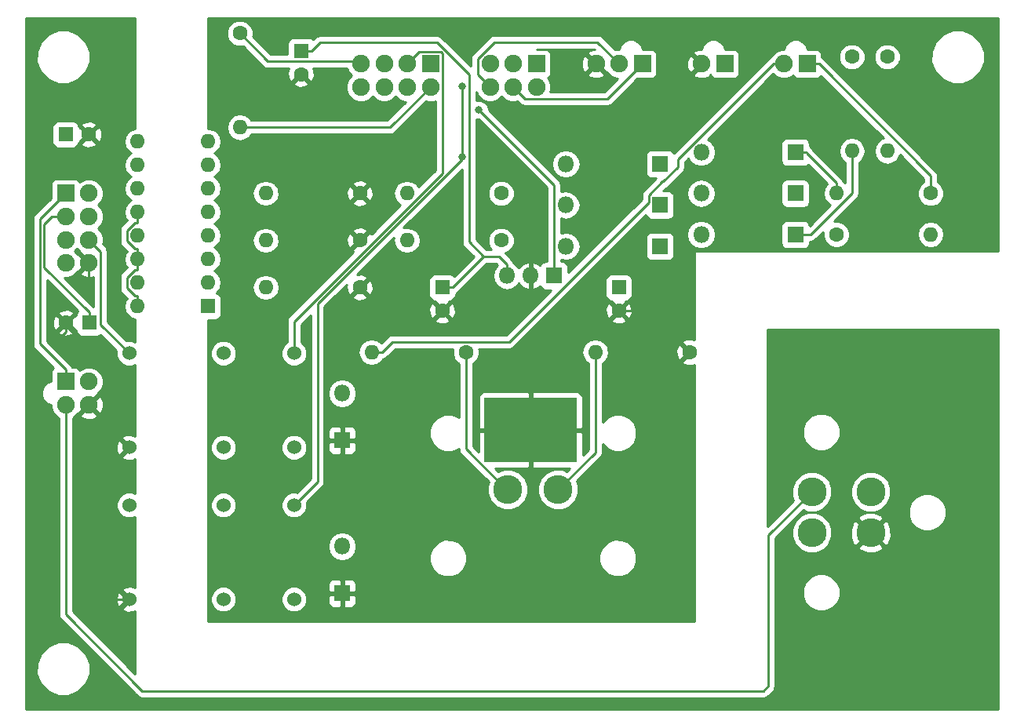
<source format=gbr>
G04 #@! TF.FileFunction,Copper,L2,Bot,Signal*
%FSLAX46Y46*%
G04 Gerber Fmt 4.6, Leading zero omitted, Abs format (unit mm)*
G04 Created by KiCad (PCBNEW 4.0.7) date 03/04/18 13:02:16*
%MOMM*%
%LPD*%
G01*
G04 APERTURE LIST*
%ADD10C,0.100000*%
%ADD11C,1.600000*%
%ADD12O,1.600000X1.600000*%
%ADD13R,1.800000X1.800000*%
%ADD14O,1.800000X1.800000*%
%ADD15R,1.900000X1.900000*%
%ADD16C,1.900000*%
%ADD17R,1.600000X1.600000*%
%ADD18C,3.120000*%
%ADD19R,10.000000X7.000000*%
%ADD20C,1.524000*%
%ADD21C,0.800000*%
%ADD22C,0.250000*%
%ADD23C,0.254000*%
G04 APERTURE END LIST*
D10*
D11*
X157480000Y-71120000D03*
D12*
X147320000Y-71120000D03*
D11*
X172720000Y-71120000D03*
D12*
X162560000Y-71120000D03*
D11*
X193040000Y-88265000D03*
D12*
X182880000Y-88265000D03*
D11*
X219075000Y-71120000D03*
D12*
X208915000Y-71120000D03*
D11*
X168910000Y-88265000D03*
D12*
X158750000Y-88265000D03*
D11*
X157480000Y-76200000D03*
D12*
X147320000Y-76200000D03*
D11*
X172720000Y-76200000D03*
D12*
X162560000Y-76200000D03*
D11*
X214376000Y-56388000D03*
D12*
X214376000Y-66548000D03*
D11*
X157480000Y-81280000D03*
D12*
X147320000Y-81280000D03*
D11*
X208915000Y-75565000D03*
D12*
X219075000Y-75565000D03*
D11*
X210566000Y-56388000D03*
D12*
X210566000Y-66548000D03*
D11*
X144526000Y-53848000D03*
D12*
X144526000Y-64008000D03*
D13*
X189865000Y-67945000D03*
D14*
X179705000Y-67945000D03*
D13*
X204470000Y-66675000D03*
D14*
X194310000Y-66675000D03*
D13*
X189865000Y-72390000D03*
D14*
X179705000Y-72390000D03*
D13*
X204470000Y-71120000D03*
D14*
X194310000Y-71120000D03*
D13*
X189865000Y-76835000D03*
D14*
X179705000Y-76835000D03*
D13*
X204470000Y-75565000D03*
D14*
X194310000Y-75565000D03*
D15*
X125730000Y-91440000D03*
D16*
X125730000Y-93940000D03*
X128230000Y-91440000D03*
X128230000Y-93940000D03*
D17*
X166370000Y-81280000D03*
D11*
X166370000Y-83780000D03*
D17*
X185420000Y-81280000D03*
D11*
X185420000Y-83780000D03*
D17*
X125730000Y-64770000D03*
D11*
X128230000Y-64770000D03*
D17*
X128270000Y-85090000D03*
D11*
X125770000Y-85090000D03*
D17*
X151130000Y-55753000D03*
D11*
X151130000Y-58253000D03*
D18*
X173435000Y-103090000D03*
X178885000Y-103090000D03*
D19*
X175895000Y-96670000D03*
D13*
X178435000Y-80010000D03*
D14*
X175895000Y-80010000D03*
X173355000Y-80010000D03*
D18*
X212594000Y-103312000D03*
X212594000Y-107762000D03*
X206244000Y-103312000D03*
X206244000Y-107762000D03*
D20*
X132588000Y-114935000D03*
X142748000Y-114935000D03*
X150368000Y-114935000D03*
X132588000Y-104775000D03*
X142748000Y-104775000D03*
X150368000Y-104775000D03*
X132588000Y-98552000D03*
X142748000Y-98552000D03*
X150368000Y-98552000D03*
X132588000Y-88392000D03*
X142748000Y-88392000D03*
X150368000Y-88392000D03*
D17*
X141097000Y-83312000D03*
D12*
X133477000Y-65532000D03*
X141097000Y-80772000D03*
X133477000Y-68072000D03*
X141097000Y-78232000D03*
X133477000Y-70612000D03*
X141097000Y-75692000D03*
X133477000Y-73152000D03*
X141097000Y-73152000D03*
X133477000Y-75692000D03*
X141097000Y-70612000D03*
X133477000Y-78232000D03*
X141097000Y-68072000D03*
X133477000Y-80772000D03*
X141097000Y-65532000D03*
X133477000Y-83312000D03*
D15*
X205740000Y-57150000D03*
D16*
X203240000Y-57150000D03*
D15*
X187960000Y-57150000D03*
D16*
X185460000Y-57150000D03*
X182960000Y-57150000D03*
D15*
X176530000Y-57150000D03*
D16*
X174030000Y-57150000D03*
X171530000Y-57150000D03*
X176530000Y-59650000D03*
X174030000Y-59650000D03*
X171530000Y-59650000D03*
D15*
X165100000Y-57150000D03*
D16*
X162600000Y-57150000D03*
X160100000Y-57150000D03*
X157600000Y-57150000D03*
X165100000Y-59650000D03*
X162600000Y-59650000D03*
X160100000Y-59650000D03*
X157600000Y-59650000D03*
D15*
X125730000Y-71120000D03*
D16*
X125730000Y-73620000D03*
X125730000Y-76120000D03*
X125730000Y-78620000D03*
X128230000Y-71120000D03*
X128230000Y-73620000D03*
X128230000Y-76120000D03*
X128230000Y-78620000D03*
D13*
X155575000Y-97790000D03*
D14*
X155575000Y-92710000D03*
D13*
X155575000Y-114300000D03*
D14*
X155575000Y-109220000D03*
D15*
X196850000Y-57150000D03*
D16*
X194350000Y-57150000D03*
D21*
X130759200Y-78130400D03*
X131521200Y-85267800D03*
X129514600Y-87223600D03*
X127863600Y-81280000D03*
X124637800Y-87198200D03*
X122809000Y-89077800D03*
X124714000Y-113258600D03*
X127127000Y-114833400D03*
X132990100Y-63700000D03*
X170335700Y-62110200D03*
X199263000Y-62077600D03*
X197129400Y-60020200D03*
X184937400Y-54610000D03*
X175895000Y-86690200D03*
X142731900Y-61888600D03*
X168481700Y-67154000D03*
X168481700Y-59535100D03*
D22*
X123409200Y-79103900D02*
X128270000Y-83964700D01*
X123409200Y-74459400D02*
X123409200Y-79103900D01*
X124248600Y-73620000D02*
X123409200Y-74459400D01*
X125730000Y-73620000D02*
X124248600Y-73620000D01*
X128270000Y-85090000D02*
X128270000Y-83964700D01*
X133195600Y-74277300D02*
X133477000Y-74277300D01*
X132351700Y-75121200D02*
X133195600Y-74277300D01*
X132351700Y-76262800D02*
X132351700Y-75121200D01*
X133195600Y-77106700D02*
X132351700Y-76262800D01*
X133477000Y-77106700D02*
X133195600Y-77106700D01*
X133477000Y-73152000D02*
X133477000Y-74277300D01*
X133477000Y-78232000D02*
X133477000Y-77106700D01*
X133195600Y-79357300D02*
X133477000Y-79357300D01*
X132351700Y-80201200D02*
X133195600Y-79357300D01*
X132351700Y-81342700D02*
X132351700Y-80201200D01*
X133195700Y-82186700D02*
X132351700Y-81342700D01*
X133477000Y-82186700D02*
X133195700Y-82186700D01*
X133477000Y-83312000D02*
X133477000Y-82186700D01*
X133477000Y-78232000D02*
X133477000Y-79357300D01*
X125770000Y-85090000D02*
X125770000Y-85384000D01*
X125770000Y-85384000D02*
X127609600Y-87223600D01*
X130911600Y-78282800D02*
X130759200Y-78130400D01*
X130911600Y-84658200D02*
X130911600Y-78282800D01*
X131521200Y-85267800D02*
X130911600Y-84658200D01*
X127609600Y-87223600D02*
X129514600Y-87223600D01*
X128230000Y-80913600D02*
X128230000Y-78620000D01*
X127863600Y-81280000D02*
X128230000Y-80913600D01*
X132588000Y-114935000D02*
X127228600Y-114935000D01*
X125770000Y-86066000D02*
X125770000Y-85090000D01*
X124637800Y-87198200D02*
X125770000Y-86066000D01*
X122351800Y-89535000D02*
X122809000Y-89077800D01*
X122351800Y-110896400D02*
X122351800Y-89535000D01*
X124714000Y-113258600D02*
X122351800Y-110896400D01*
X127228600Y-114935000D02*
X127127000Y-114833400D01*
X178435000Y-70209500D02*
X178435000Y-80010000D01*
X170335700Y-62110200D02*
X178435000Y-70209500D01*
X194350000Y-57150000D02*
X194350000Y-57211600D01*
X194350000Y-57211600D02*
X193522600Y-58039000D01*
X189854200Y-83780000D02*
X185420000Y-83780000D01*
X191922400Y-81711800D02*
X189854200Y-83780000D01*
X191922400Y-74574400D02*
X191922400Y-81711800D01*
X193217800Y-73279000D02*
X191922400Y-74574400D01*
X197637400Y-73279000D02*
X193217800Y-73279000D01*
X197739000Y-73177400D02*
X197637400Y-73279000D01*
X197739000Y-63601600D02*
X197739000Y-73177400D01*
X199263000Y-62077600D02*
X197739000Y-63601600D01*
X196926200Y-60223400D02*
X197129400Y-60020200D01*
X194005200Y-60223400D02*
X196926200Y-60223400D01*
X193522600Y-59740800D02*
X194005200Y-60223400D01*
X193522600Y-58039000D02*
X193522600Y-59740800D01*
X184937400Y-54610000D02*
X186004200Y-53543200D01*
X186004200Y-53543200D02*
X190743200Y-53543200D01*
X190743200Y-53543200D02*
X194350000Y-57150000D01*
X175895000Y-96670000D02*
X175895000Y-86690200D01*
X151130000Y-55753000D02*
X152255300Y-55753000D01*
X173355000Y-80010000D02*
X173355000Y-78784700D01*
X166370000Y-81280000D02*
X167495300Y-81280000D01*
X169249400Y-76358900D02*
X170832900Y-77942400D01*
X169249400Y-58253800D02*
X169249400Y-76358900D01*
X165821400Y-54825800D02*
X169249400Y-58253800D01*
X153182500Y-54825800D02*
X165821400Y-54825800D01*
X152255300Y-55753000D02*
X153182500Y-54825800D01*
X172512700Y-77942400D02*
X170832900Y-77942400D01*
X173355000Y-78784700D02*
X172512700Y-77942400D01*
X170832900Y-77942400D02*
X167495300Y-81280000D01*
X206116000Y-75565000D02*
X204470000Y-75565000D01*
X210566000Y-71115000D02*
X206116000Y-75565000D01*
X210566000Y-66548000D02*
X210566000Y-71115000D01*
X205695300Y-66775000D02*
X208915000Y-69994700D01*
X205695300Y-66675000D02*
X205695300Y-66775000D01*
X204470000Y-66675000D02*
X205695300Y-66675000D01*
X208915000Y-71120000D02*
X208915000Y-69994700D01*
X150368000Y-84951500D02*
X150368000Y-88392000D01*
X166393900Y-68925600D02*
X150368000Y-84951500D01*
X166393900Y-56049400D02*
X166393900Y-68925600D01*
X166219100Y-55874600D02*
X166393900Y-56049400D01*
X163875400Y-55874600D02*
X166219100Y-55874600D01*
X162600000Y-57150000D02*
X163875400Y-55874600D01*
X168481700Y-67474800D02*
X168481700Y-67154000D01*
X152902500Y-83054000D02*
X168481700Y-67474800D01*
X152902500Y-102240500D02*
X152902500Y-83054000D01*
X150368000Y-104775000D02*
X152902500Y-102240500D01*
X168481700Y-67154000D02*
X168481700Y-59535100D01*
X202093000Y-57150000D02*
X203240000Y-57150000D01*
X158750000Y-88265000D02*
X159875300Y-88265000D01*
X159875300Y-88265000D02*
X161000600Y-87139700D01*
X161000600Y-87139700D02*
X173584100Y-87139700D01*
X173584100Y-87139700D02*
X188639700Y-72084100D01*
X188639700Y-72084100D02*
X188639700Y-71355200D01*
X188639700Y-71355200D02*
X190146000Y-69848900D01*
X190146000Y-69848900D02*
X190225100Y-69848900D01*
X190225100Y-69848900D02*
X191768600Y-68305400D01*
X191768600Y-68305400D02*
X191768600Y-67474400D01*
X191768600Y-67474400D02*
X202093000Y-57150000D01*
X219075000Y-69209700D02*
X219075000Y-71120000D01*
X207015300Y-57150000D02*
X219075000Y-69209700D01*
X205740000Y-57150000D02*
X207015300Y-57150000D01*
X122943100Y-87377800D02*
X125730000Y-90164700D01*
X122943100Y-73906900D02*
X122943100Y-87377800D01*
X125730000Y-71120000D02*
X122943100Y-73906900D01*
X125730000Y-91440000D02*
X125730000Y-90164700D01*
X129505400Y-85309400D02*
X132588000Y-88392000D01*
X129505400Y-77395400D02*
X129505400Y-85309400D01*
X128230000Y-76120000D02*
X129505400Y-77395400D01*
X157328400Y-56878400D02*
X157600000Y-57150000D01*
X147556400Y-56878400D02*
X157328400Y-56878400D01*
X144526000Y-53848000D02*
X147556400Y-56878400D01*
X160742000Y-64008000D02*
X144526000Y-64008000D01*
X165100000Y-59650000D02*
X160742000Y-64008000D01*
X201556000Y-108000000D02*
X206244000Y-103312000D01*
X201556000Y-124280900D02*
X201556000Y-108000000D01*
X201030100Y-124806800D02*
X201556000Y-124280900D01*
X133988800Y-124806800D02*
X201030100Y-124806800D01*
X125730000Y-116548000D02*
X133988800Y-124806800D01*
X125730000Y-93940000D02*
X125730000Y-116548000D01*
X175315600Y-60935600D02*
X174030000Y-59650000D01*
X184174400Y-60935600D02*
X175315600Y-60935600D01*
X187960000Y-57150000D02*
X184174400Y-60935600D01*
X183101300Y-54791300D02*
X185460000Y-57150000D01*
X172028900Y-54791300D02*
X183101300Y-54791300D01*
X170176400Y-56643800D02*
X172028900Y-54791300D01*
X170176400Y-58296400D02*
X170176400Y-56643800D01*
X171530000Y-59650000D02*
X170176400Y-58296400D01*
X168910000Y-98716100D02*
X168910000Y-88265000D01*
X173283900Y-103090000D02*
X168910000Y-98716100D01*
X173435000Y-103090000D02*
X173283900Y-103090000D01*
X182880000Y-99095000D02*
X182880000Y-88265000D01*
X178885000Y-103090000D02*
X182880000Y-99095000D01*
D23*
G36*
X133223000Y-64141932D02*
X132899736Y-64206233D01*
X132434189Y-64517302D01*
X132123120Y-64982849D01*
X132013887Y-65532000D01*
X132123120Y-66081151D01*
X132434189Y-66546698D01*
X132816275Y-66802000D01*
X132434189Y-67057302D01*
X132123120Y-67522849D01*
X132013887Y-68072000D01*
X132123120Y-68621151D01*
X132434189Y-69086698D01*
X132816275Y-69342000D01*
X132434189Y-69597302D01*
X132123120Y-70062849D01*
X132013887Y-70612000D01*
X132123120Y-71161151D01*
X132434189Y-71626698D01*
X132816275Y-71882000D01*
X132434189Y-72137302D01*
X132123120Y-72602849D01*
X132013887Y-73152000D01*
X132123120Y-73701151D01*
X132352963Y-74045135D01*
X131814299Y-74583799D01*
X131649552Y-74830361D01*
X131591700Y-75121200D01*
X131591700Y-76262800D01*
X131649552Y-76553639D01*
X131814299Y-76800201D01*
X132352963Y-77338865D01*
X132123120Y-77682849D01*
X132013887Y-78232000D01*
X132123120Y-78781151D01*
X132352963Y-79125135D01*
X131814299Y-79663799D01*
X131649552Y-79910361D01*
X131591700Y-80201200D01*
X131591700Y-81342700D01*
X131649552Y-81633539D01*
X131814299Y-81880101D01*
X132353003Y-82418805D01*
X132123120Y-82762849D01*
X132013887Y-83312000D01*
X132123120Y-83861151D01*
X132434189Y-84326698D01*
X132899736Y-84637767D01*
X133223000Y-84702068D01*
X133223000Y-87143025D01*
X132867100Y-86995243D01*
X132311339Y-86994758D01*
X132278945Y-87008143D01*
X130265400Y-84994598D01*
X130265400Y-77395400D01*
X130207548Y-77104561D01*
X130042801Y-76857999D01*
X129758020Y-76573218D01*
X129814724Y-76436659D01*
X129815275Y-75806107D01*
X129574481Y-75223343D01*
X129221529Y-74869774D01*
X129572914Y-74519003D01*
X129814724Y-73936659D01*
X129815275Y-73306107D01*
X129574481Y-72723343D01*
X129221529Y-72369774D01*
X129572914Y-72019003D01*
X129814724Y-71436659D01*
X129815275Y-70806107D01*
X129574481Y-70223343D01*
X129129003Y-69777086D01*
X128546659Y-69535276D01*
X127916107Y-69534725D01*
X127333343Y-69775519D01*
X127240428Y-69868272D01*
X127144090Y-69718559D01*
X126931890Y-69573569D01*
X126680000Y-69522560D01*
X124780000Y-69522560D01*
X124544683Y-69566838D01*
X124328559Y-69705910D01*
X124183569Y-69918110D01*
X124132560Y-70170000D01*
X124132560Y-71642638D01*
X122405699Y-73369499D01*
X122240952Y-73616061D01*
X122183100Y-73906900D01*
X122183100Y-87377800D01*
X122240952Y-87668639D01*
X122405699Y-87915201D01*
X124442858Y-89952360D01*
X124328559Y-90025910D01*
X124183569Y-90238110D01*
X124132560Y-90490000D01*
X124132560Y-91406000D01*
X123663057Y-91599995D01*
X123301265Y-91961155D01*
X123105223Y-92433276D01*
X123104777Y-92944481D01*
X123299995Y-93416943D01*
X123661155Y-93778735D01*
X124133276Y-93974777D01*
X124144969Y-93974787D01*
X124144725Y-94253893D01*
X124385519Y-94836657D01*
X124830997Y-95282914D01*
X124970000Y-95340633D01*
X124970000Y-116548000D01*
X125027852Y-116838839D01*
X125192599Y-117085401D01*
X133228282Y-125121084D01*
X133233006Y-125144410D01*
X133261447Y-125186035D01*
X133303841Y-125213315D01*
X133324377Y-125217179D01*
X133451399Y-125344201D01*
X133697961Y-125508948D01*
X133988800Y-125566800D01*
X201030100Y-125566800D01*
X201320939Y-125508948D01*
X201567501Y-125344201D01*
X202093401Y-124818301D01*
X202258148Y-124571739D01*
X202316000Y-124280900D01*
X202316000Y-114589020D01*
X205233648Y-114589020D01*
X205542046Y-115335400D01*
X206112596Y-115906947D01*
X206858437Y-116216647D01*
X207666020Y-116217352D01*
X208412400Y-115908954D01*
X208983947Y-115338404D01*
X209293647Y-114592563D01*
X209294352Y-113784980D01*
X208985954Y-113038600D01*
X208415404Y-112467053D01*
X207669563Y-112157353D01*
X206861980Y-112156648D01*
X206115600Y-112465046D01*
X205544053Y-113035596D01*
X205234353Y-113781437D01*
X205233648Y-114589020D01*
X202316000Y-114589020D01*
X202316000Y-108314802D01*
X202434105Y-108196697D01*
X204048619Y-108196697D01*
X204382084Y-109003743D01*
X204999009Y-109621746D01*
X205805472Y-109956619D01*
X206678697Y-109957381D01*
X207485743Y-109623916D01*
X207790880Y-109319311D01*
X211216294Y-109319311D01*
X211383399Y-109644314D01*
X212195881Y-109964309D01*
X213068974Y-109949022D01*
X213804601Y-109644314D01*
X213971706Y-109319311D01*
X212594000Y-107941605D01*
X211216294Y-109319311D01*
X207790880Y-109319311D01*
X208103746Y-109006991D01*
X208438619Y-108200528D01*
X208439349Y-107363881D01*
X210391691Y-107363881D01*
X210406978Y-108236974D01*
X210711686Y-108972601D01*
X211036689Y-109139706D01*
X212414395Y-107762000D01*
X212773605Y-107762000D01*
X214151311Y-109139706D01*
X214476314Y-108972601D01*
X214796309Y-108160119D01*
X214781022Y-107287026D01*
X214476314Y-106551399D01*
X214151311Y-106384294D01*
X212773605Y-107762000D01*
X212414395Y-107762000D01*
X211036689Y-106384294D01*
X210711686Y-106551399D01*
X210391691Y-107363881D01*
X208439349Y-107363881D01*
X208439381Y-107327303D01*
X208105916Y-106520257D01*
X207790899Y-106204689D01*
X211216294Y-106204689D01*
X212594000Y-107582395D01*
X213971706Y-106204689D01*
X213835109Y-105939020D01*
X216663648Y-105939020D01*
X216972046Y-106685400D01*
X217542596Y-107256947D01*
X218288437Y-107566647D01*
X219096020Y-107567352D01*
X219842400Y-107258954D01*
X220413947Y-106688404D01*
X220723647Y-105942563D01*
X220724352Y-105134980D01*
X220415954Y-104388600D01*
X219845404Y-103817053D01*
X219099563Y-103507353D01*
X218291980Y-103506648D01*
X217545600Y-103815046D01*
X216974053Y-104385596D01*
X216664353Y-105131437D01*
X216663648Y-105939020D01*
X213835109Y-105939020D01*
X213804601Y-105879686D01*
X212992119Y-105559691D01*
X212119026Y-105574978D01*
X211383399Y-105879686D01*
X211216294Y-106204689D01*
X207790899Y-106204689D01*
X207488991Y-105902254D01*
X206682528Y-105567381D01*
X205809303Y-105566619D01*
X205002257Y-105900084D01*
X204384254Y-106517009D01*
X204049381Y-107323472D01*
X204048619Y-108196697D01*
X202434105Y-108196697D01*
X205324076Y-105306726D01*
X205805472Y-105506619D01*
X206678697Y-105507381D01*
X207485743Y-105173916D01*
X208103746Y-104556991D01*
X208438619Y-103750528D01*
X208438622Y-103746697D01*
X210398619Y-103746697D01*
X210732084Y-104553743D01*
X211349009Y-105171746D01*
X212155472Y-105506619D01*
X213028697Y-105507381D01*
X213835743Y-105173916D01*
X214453746Y-104556991D01*
X214788619Y-103750528D01*
X214789381Y-102877303D01*
X214455916Y-102070257D01*
X213838991Y-101452254D01*
X213032528Y-101117381D01*
X212159303Y-101116619D01*
X211352257Y-101450084D01*
X210734254Y-102067009D01*
X210399381Y-102873472D01*
X210398619Y-103746697D01*
X208438622Y-103746697D01*
X208439381Y-102877303D01*
X208105916Y-102070257D01*
X207488991Y-101452254D01*
X206682528Y-101117381D01*
X205809303Y-101116619D01*
X205002257Y-101450084D01*
X204384254Y-102067009D01*
X204049381Y-102873472D01*
X204048619Y-103746697D01*
X204249159Y-104232039D01*
X201422000Y-107059198D01*
X201422000Y-97289020D01*
X205233648Y-97289020D01*
X205542046Y-98035400D01*
X206112596Y-98606947D01*
X206858437Y-98916647D01*
X207666020Y-98917352D01*
X208412400Y-98608954D01*
X208983947Y-98038404D01*
X209293647Y-97292563D01*
X209294352Y-96484980D01*
X208985954Y-95738600D01*
X208415404Y-95167053D01*
X207669563Y-94857353D01*
X206861980Y-94856648D01*
X206115600Y-95165046D01*
X205544053Y-95735596D01*
X205234353Y-96481437D01*
X205233648Y-97289020D01*
X201422000Y-97289020D01*
X201422000Y-85852000D01*
X226391000Y-85852000D01*
X226391000Y-126823000D01*
X121412000Y-126823000D01*
X121412000Y-122999344D01*
X122590501Y-122999344D01*
X123028790Y-124060086D01*
X123839645Y-124872357D01*
X124899620Y-125312498D01*
X126047344Y-125313499D01*
X127108086Y-124875210D01*
X127920357Y-124064355D01*
X128360498Y-123004380D01*
X128361499Y-121856656D01*
X127923210Y-120795914D01*
X127112355Y-119983643D01*
X126052380Y-119543502D01*
X124904656Y-119542501D01*
X123843914Y-119980790D01*
X123031643Y-120791645D01*
X122591502Y-121851620D01*
X122590501Y-122999344D01*
X121412000Y-122999344D01*
X121412000Y-63970000D01*
X124282560Y-63970000D01*
X124282560Y-65570000D01*
X124326838Y-65805317D01*
X124465910Y-66021441D01*
X124678110Y-66166431D01*
X124930000Y-66217440D01*
X126530000Y-66217440D01*
X126765317Y-66173162D01*
X126981441Y-66034090D01*
X127126431Y-65821890D01*
X127135370Y-65777745D01*
X127401861Y-65777745D01*
X127475995Y-66023864D01*
X128013223Y-66216965D01*
X128583454Y-66189778D01*
X128984005Y-66023864D01*
X129058139Y-65777745D01*
X128230000Y-64949605D01*
X127401861Y-65777745D01*
X127135370Y-65777745D01*
X127174646Y-65583799D01*
X127222255Y-65598139D01*
X128050395Y-64770000D01*
X128409605Y-64770000D01*
X129237745Y-65598139D01*
X129483864Y-65524005D01*
X129676965Y-64986777D01*
X129649778Y-64416546D01*
X129483864Y-64015995D01*
X129237745Y-63941861D01*
X128409605Y-64770000D01*
X128050395Y-64770000D01*
X127222255Y-63941861D01*
X127174833Y-63956145D01*
X127138351Y-63762255D01*
X127401861Y-63762255D01*
X128230000Y-64590395D01*
X129058139Y-63762255D01*
X128984005Y-63516136D01*
X128446777Y-63323035D01*
X127876546Y-63350222D01*
X127475995Y-63516136D01*
X127401861Y-63762255D01*
X127138351Y-63762255D01*
X127133162Y-63734683D01*
X126994090Y-63518559D01*
X126781890Y-63373569D01*
X126530000Y-63322560D01*
X124930000Y-63322560D01*
X124694683Y-63366838D01*
X124478559Y-63505910D01*
X124333569Y-63718110D01*
X124282560Y-63970000D01*
X121412000Y-63970000D01*
X121412000Y-56959344D01*
X122590501Y-56959344D01*
X123028790Y-58020086D01*
X123839645Y-58832357D01*
X124899620Y-59272498D01*
X126047344Y-59273499D01*
X127108086Y-58835210D01*
X127920357Y-58024355D01*
X128360498Y-56964380D01*
X128361499Y-55816656D01*
X127923210Y-54755914D01*
X127112355Y-53943643D01*
X126052380Y-53503502D01*
X124904656Y-53502501D01*
X123843914Y-53940790D01*
X123031643Y-54751645D01*
X122591502Y-55811620D01*
X122590501Y-56959344D01*
X121412000Y-56959344D01*
X121412000Y-52197000D01*
X133223000Y-52197000D01*
X133223000Y-64141932D01*
X133223000Y-64141932D01*
G37*
X133223000Y-64141932D02*
X132899736Y-64206233D01*
X132434189Y-64517302D01*
X132123120Y-64982849D01*
X132013887Y-65532000D01*
X132123120Y-66081151D01*
X132434189Y-66546698D01*
X132816275Y-66802000D01*
X132434189Y-67057302D01*
X132123120Y-67522849D01*
X132013887Y-68072000D01*
X132123120Y-68621151D01*
X132434189Y-69086698D01*
X132816275Y-69342000D01*
X132434189Y-69597302D01*
X132123120Y-70062849D01*
X132013887Y-70612000D01*
X132123120Y-71161151D01*
X132434189Y-71626698D01*
X132816275Y-71882000D01*
X132434189Y-72137302D01*
X132123120Y-72602849D01*
X132013887Y-73152000D01*
X132123120Y-73701151D01*
X132352963Y-74045135D01*
X131814299Y-74583799D01*
X131649552Y-74830361D01*
X131591700Y-75121200D01*
X131591700Y-76262800D01*
X131649552Y-76553639D01*
X131814299Y-76800201D01*
X132352963Y-77338865D01*
X132123120Y-77682849D01*
X132013887Y-78232000D01*
X132123120Y-78781151D01*
X132352963Y-79125135D01*
X131814299Y-79663799D01*
X131649552Y-79910361D01*
X131591700Y-80201200D01*
X131591700Y-81342700D01*
X131649552Y-81633539D01*
X131814299Y-81880101D01*
X132353003Y-82418805D01*
X132123120Y-82762849D01*
X132013887Y-83312000D01*
X132123120Y-83861151D01*
X132434189Y-84326698D01*
X132899736Y-84637767D01*
X133223000Y-84702068D01*
X133223000Y-87143025D01*
X132867100Y-86995243D01*
X132311339Y-86994758D01*
X132278945Y-87008143D01*
X130265400Y-84994598D01*
X130265400Y-77395400D01*
X130207548Y-77104561D01*
X130042801Y-76857999D01*
X129758020Y-76573218D01*
X129814724Y-76436659D01*
X129815275Y-75806107D01*
X129574481Y-75223343D01*
X129221529Y-74869774D01*
X129572914Y-74519003D01*
X129814724Y-73936659D01*
X129815275Y-73306107D01*
X129574481Y-72723343D01*
X129221529Y-72369774D01*
X129572914Y-72019003D01*
X129814724Y-71436659D01*
X129815275Y-70806107D01*
X129574481Y-70223343D01*
X129129003Y-69777086D01*
X128546659Y-69535276D01*
X127916107Y-69534725D01*
X127333343Y-69775519D01*
X127240428Y-69868272D01*
X127144090Y-69718559D01*
X126931890Y-69573569D01*
X126680000Y-69522560D01*
X124780000Y-69522560D01*
X124544683Y-69566838D01*
X124328559Y-69705910D01*
X124183569Y-69918110D01*
X124132560Y-70170000D01*
X124132560Y-71642638D01*
X122405699Y-73369499D01*
X122240952Y-73616061D01*
X122183100Y-73906900D01*
X122183100Y-87377800D01*
X122240952Y-87668639D01*
X122405699Y-87915201D01*
X124442858Y-89952360D01*
X124328559Y-90025910D01*
X124183569Y-90238110D01*
X124132560Y-90490000D01*
X124132560Y-91406000D01*
X123663057Y-91599995D01*
X123301265Y-91961155D01*
X123105223Y-92433276D01*
X123104777Y-92944481D01*
X123299995Y-93416943D01*
X123661155Y-93778735D01*
X124133276Y-93974777D01*
X124144969Y-93974787D01*
X124144725Y-94253893D01*
X124385519Y-94836657D01*
X124830997Y-95282914D01*
X124970000Y-95340633D01*
X124970000Y-116548000D01*
X125027852Y-116838839D01*
X125192599Y-117085401D01*
X133228282Y-125121084D01*
X133233006Y-125144410D01*
X133261447Y-125186035D01*
X133303841Y-125213315D01*
X133324377Y-125217179D01*
X133451399Y-125344201D01*
X133697961Y-125508948D01*
X133988800Y-125566800D01*
X201030100Y-125566800D01*
X201320939Y-125508948D01*
X201567501Y-125344201D01*
X202093401Y-124818301D01*
X202258148Y-124571739D01*
X202316000Y-124280900D01*
X202316000Y-114589020D01*
X205233648Y-114589020D01*
X205542046Y-115335400D01*
X206112596Y-115906947D01*
X206858437Y-116216647D01*
X207666020Y-116217352D01*
X208412400Y-115908954D01*
X208983947Y-115338404D01*
X209293647Y-114592563D01*
X209294352Y-113784980D01*
X208985954Y-113038600D01*
X208415404Y-112467053D01*
X207669563Y-112157353D01*
X206861980Y-112156648D01*
X206115600Y-112465046D01*
X205544053Y-113035596D01*
X205234353Y-113781437D01*
X205233648Y-114589020D01*
X202316000Y-114589020D01*
X202316000Y-108314802D01*
X202434105Y-108196697D01*
X204048619Y-108196697D01*
X204382084Y-109003743D01*
X204999009Y-109621746D01*
X205805472Y-109956619D01*
X206678697Y-109957381D01*
X207485743Y-109623916D01*
X207790880Y-109319311D01*
X211216294Y-109319311D01*
X211383399Y-109644314D01*
X212195881Y-109964309D01*
X213068974Y-109949022D01*
X213804601Y-109644314D01*
X213971706Y-109319311D01*
X212594000Y-107941605D01*
X211216294Y-109319311D01*
X207790880Y-109319311D01*
X208103746Y-109006991D01*
X208438619Y-108200528D01*
X208439349Y-107363881D01*
X210391691Y-107363881D01*
X210406978Y-108236974D01*
X210711686Y-108972601D01*
X211036689Y-109139706D01*
X212414395Y-107762000D01*
X212773605Y-107762000D01*
X214151311Y-109139706D01*
X214476314Y-108972601D01*
X214796309Y-108160119D01*
X214781022Y-107287026D01*
X214476314Y-106551399D01*
X214151311Y-106384294D01*
X212773605Y-107762000D01*
X212414395Y-107762000D01*
X211036689Y-106384294D01*
X210711686Y-106551399D01*
X210391691Y-107363881D01*
X208439349Y-107363881D01*
X208439381Y-107327303D01*
X208105916Y-106520257D01*
X207790899Y-106204689D01*
X211216294Y-106204689D01*
X212594000Y-107582395D01*
X213971706Y-106204689D01*
X213835109Y-105939020D01*
X216663648Y-105939020D01*
X216972046Y-106685400D01*
X217542596Y-107256947D01*
X218288437Y-107566647D01*
X219096020Y-107567352D01*
X219842400Y-107258954D01*
X220413947Y-106688404D01*
X220723647Y-105942563D01*
X220724352Y-105134980D01*
X220415954Y-104388600D01*
X219845404Y-103817053D01*
X219099563Y-103507353D01*
X218291980Y-103506648D01*
X217545600Y-103815046D01*
X216974053Y-104385596D01*
X216664353Y-105131437D01*
X216663648Y-105939020D01*
X213835109Y-105939020D01*
X213804601Y-105879686D01*
X212992119Y-105559691D01*
X212119026Y-105574978D01*
X211383399Y-105879686D01*
X211216294Y-106204689D01*
X207790899Y-106204689D01*
X207488991Y-105902254D01*
X206682528Y-105567381D01*
X205809303Y-105566619D01*
X205002257Y-105900084D01*
X204384254Y-106517009D01*
X204049381Y-107323472D01*
X204048619Y-108196697D01*
X202434105Y-108196697D01*
X205324076Y-105306726D01*
X205805472Y-105506619D01*
X206678697Y-105507381D01*
X207485743Y-105173916D01*
X208103746Y-104556991D01*
X208438619Y-103750528D01*
X208438622Y-103746697D01*
X210398619Y-103746697D01*
X210732084Y-104553743D01*
X211349009Y-105171746D01*
X212155472Y-105506619D01*
X213028697Y-105507381D01*
X213835743Y-105173916D01*
X214453746Y-104556991D01*
X214788619Y-103750528D01*
X214789381Y-102877303D01*
X214455916Y-102070257D01*
X213838991Y-101452254D01*
X213032528Y-101117381D01*
X212159303Y-101116619D01*
X211352257Y-101450084D01*
X210734254Y-102067009D01*
X210399381Y-102873472D01*
X210398619Y-103746697D01*
X208438622Y-103746697D01*
X208439381Y-102877303D01*
X208105916Y-102070257D01*
X207488991Y-101452254D01*
X206682528Y-101117381D01*
X205809303Y-101116619D01*
X205002257Y-101450084D01*
X204384254Y-102067009D01*
X204049381Y-102873472D01*
X204048619Y-103746697D01*
X204249159Y-104232039D01*
X201422000Y-107059198D01*
X201422000Y-97289020D01*
X205233648Y-97289020D01*
X205542046Y-98035400D01*
X206112596Y-98606947D01*
X206858437Y-98916647D01*
X207666020Y-98917352D01*
X208412400Y-98608954D01*
X208983947Y-98038404D01*
X209293647Y-97292563D01*
X209294352Y-96484980D01*
X208985954Y-95738600D01*
X208415404Y-95167053D01*
X207669563Y-94857353D01*
X206861980Y-94856648D01*
X206115600Y-95165046D01*
X205544053Y-95735596D01*
X205234353Y-96481437D01*
X205233648Y-97289020D01*
X201422000Y-97289020D01*
X201422000Y-85852000D01*
X226391000Y-85852000D01*
X226391000Y-126823000D01*
X121412000Y-126823000D01*
X121412000Y-122999344D01*
X122590501Y-122999344D01*
X123028790Y-124060086D01*
X123839645Y-124872357D01*
X124899620Y-125312498D01*
X126047344Y-125313499D01*
X127108086Y-124875210D01*
X127920357Y-124064355D01*
X128360498Y-123004380D01*
X128361499Y-121856656D01*
X127923210Y-120795914D01*
X127112355Y-119983643D01*
X126052380Y-119543502D01*
X124904656Y-119542501D01*
X123843914Y-119980790D01*
X123031643Y-120791645D01*
X122591502Y-121851620D01*
X122590501Y-122999344D01*
X121412000Y-122999344D01*
X121412000Y-63970000D01*
X124282560Y-63970000D01*
X124282560Y-65570000D01*
X124326838Y-65805317D01*
X124465910Y-66021441D01*
X124678110Y-66166431D01*
X124930000Y-66217440D01*
X126530000Y-66217440D01*
X126765317Y-66173162D01*
X126981441Y-66034090D01*
X127126431Y-65821890D01*
X127135370Y-65777745D01*
X127401861Y-65777745D01*
X127475995Y-66023864D01*
X128013223Y-66216965D01*
X128583454Y-66189778D01*
X128984005Y-66023864D01*
X129058139Y-65777745D01*
X128230000Y-64949605D01*
X127401861Y-65777745D01*
X127135370Y-65777745D01*
X127174646Y-65583799D01*
X127222255Y-65598139D01*
X128050395Y-64770000D01*
X128409605Y-64770000D01*
X129237745Y-65598139D01*
X129483864Y-65524005D01*
X129676965Y-64986777D01*
X129649778Y-64416546D01*
X129483864Y-64015995D01*
X129237745Y-63941861D01*
X128409605Y-64770000D01*
X128050395Y-64770000D01*
X127222255Y-63941861D01*
X127174833Y-63956145D01*
X127138351Y-63762255D01*
X127401861Y-63762255D01*
X128230000Y-64590395D01*
X129058139Y-63762255D01*
X128984005Y-63516136D01*
X128446777Y-63323035D01*
X127876546Y-63350222D01*
X127475995Y-63516136D01*
X127401861Y-63762255D01*
X127138351Y-63762255D01*
X127133162Y-63734683D01*
X126994090Y-63518559D01*
X126781890Y-63373569D01*
X126530000Y-63322560D01*
X124930000Y-63322560D01*
X124694683Y-63366838D01*
X124478559Y-63505910D01*
X124333569Y-63718110D01*
X124282560Y-63970000D01*
X121412000Y-63970000D01*
X121412000Y-56959344D01*
X122590501Y-56959344D01*
X123028790Y-58020086D01*
X123839645Y-58832357D01*
X124899620Y-59272498D01*
X126047344Y-59273499D01*
X127108086Y-58835210D01*
X127920357Y-58024355D01*
X128360498Y-56964380D01*
X128361499Y-55816656D01*
X127923210Y-54755914D01*
X127112355Y-53943643D01*
X126052380Y-53503502D01*
X124904656Y-53502501D01*
X123843914Y-53940790D01*
X123031643Y-54751645D01*
X122591502Y-55811620D01*
X122590501Y-56959344D01*
X121412000Y-56959344D01*
X121412000Y-52197000D01*
X133223000Y-52197000D01*
X133223000Y-64141932D01*
G36*
X127041589Y-83811091D02*
X127018559Y-83825910D01*
X126873569Y-84038110D01*
X126825354Y-84276201D01*
X126777745Y-84261861D01*
X125949605Y-85090000D01*
X126777745Y-85918139D01*
X126825167Y-85903855D01*
X126866838Y-86125317D01*
X127005910Y-86341441D01*
X127218110Y-86486431D01*
X127470000Y-86537440D01*
X129070000Y-86537440D01*
X129305317Y-86493162D01*
X129493359Y-86372161D01*
X131203817Y-88082619D01*
X131191243Y-88112900D01*
X131190758Y-88668661D01*
X131402990Y-89182303D01*
X131795630Y-89575629D01*
X132308900Y-89788757D01*
X132864661Y-89789242D01*
X133223000Y-89641180D01*
X133223000Y-97295303D01*
X132795698Y-97142856D01*
X132240632Y-97170638D01*
X131856857Y-97329603D01*
X131787392Y-97571787D01*
X132588000Y-98372395D01*
X132602143Y-98358253D01*
X132781748Y-98537858D01*
X132767605Y-98552000D01*
X132781748Y-98566143D01*
X132602143Y-98745748D01*
X132588000Y-98731605D01*
X131787392Y-99532213D01*
X131856857Y-99774397D01*
X132380302Y-99961144D01*
X132935368Y-99933362D01*
X133223000Y-99814221D01*
X133223000Y-103526025D01*
X132867100Y-103378243D01*
X132311339Y-103377758D01*
X131797697Y-103589990D01*
X131404371Y-103982630D01*
X131191243Y-104495900D01*
X131190758Y-105051661D01*
X131402990Y-105565303D01*
X131795630Y-105958629D01*
X132308900Y-106171757D01*
X132864661Y-106172242D01*
X133223000Y-106024180D01*
X133223000Y-113678303D01*
X132795698Y-113525856D01*
X132240632Y-113553638D01*
X131856857Y-113712603D01*
X131787392Y-113954787D01*
X132588000Y-114755395D01*
X132602143Y-114741253D01*
X132781748Y-114920858D01*
X132767605Y-114935000D01*
X132781748Y-114949143D01*
X132602143Y-115128748D01*
X132588000Y-115114605D01*
X131787392Y-115915213D01*
X131856857Y-116157397D01*
X132380302Y-116344144D01*
X132935368Y-116316362D01*
X133223000Y-116197221D01*
X133223000Y-122966198D01*
X126490000Y-116233198D01*
X126490000Y-114727302D01*
X131178856Y-114727302D01*
X131206638Y-115282368D01*
X131365603Y-115666143D01*
X131607787Y-115735608D01*
X132408395Y-114935000D01*
X131607787Y-114134392D01*
X131365603Y-114203857D01*
X131178856Y-114727302D01*
X126490000Y-114727302D01*
X126490000Y-98344302D01*
X131178856Y-98344302D01*
X131206638Y-98899368D01*
X131365603Y-99283143D01*
X131607787Y-99352608D01*
X132408395Y-98552000D01*
X131607787Y-97751392D01*
X131365603Y-97820857D01*
X131178856Y-98344302D01*
X126490000Y-98344302D01*
X126490000Y-95340947D01*
X126626657Y-95284481D01*
X126855186Y-95056350D01*
X127293255Y-95056350D01*
X127385792Y-95318019D01*
X127977398Y-95536188D01*
X128607461Y-95511352D01*
X129074208Y-95318019D01*
X129166745Y-95056350D01*
X128230000Y-94119605D01*
X127293255Y-95056350D01*
X126855186Y-95056350D01*
X127055652Y-94856235D01*
X127113650Y-94876745D01*
X128050395Y-93940000D01*
X128409605Y-93940000D01*
X129346350Y-94876745D01*
X129608019Y-94784208D01*
X129826188Y-94192602D01*
X129801352Y-93562539D01*
X129608019Y-93095792D01*
X129346350Y-93003255D01*
X128409605Y-93940000D01*
X128050395Y-93940000D01*
X128036253Y-93925858D01*
X128215858Y-93746253D01*
X128230000Y-93760395D01*
X129166745Y-92823650D01*
X129146048Y-92765124D01*
X129572914Y-92339003D01*
X129814724Y-91756659D01*
X129815275Y-91126107D01*
X129574481Y-90543343D01*
X129129003Y-90097086D01*
X128546659Y-89855276D01*
X127916107Y-89854725D01*
X127333343Y-90095519D01*
X127240428Y-90188272D01*
X127144090Y-90038559D01*
X126931890Y-89893569D01*
X126680000Y-89842560D01*
X126411233Y-89842560D01*
X126267401Y-89627299D01*
X123703100Y-87062998D01*
X123703100Y-86097745D01*
X124941861Y-86097745D01*
X125015995Y-86343864D01*
X125553223Y-86536965D01*
X126123454Y-86509778D01*
X126524005Y-86343864D01*
X126598139Y-86097745D01*
X125770000Y-85269605D01*
X124941861Y-86097745D01*
X123703100Y-86097745D01*
X123703100Y-84873223D01*
X124323035Y-84873223D01*
X124350222Y-85443454D01*
X124516136Y-85844005D01*
X124762255Y-85918139D01*
X125590395Y-85090000D01*
X124762255Y-84261861D01*
X124516136Y-84335995D01*
X124323035Y-84873223D01*
X123703100Y-84873223D01*
X123703100Y-84082255D01*
X124941861Y-84082255D01*
X125770000Y-84910395D01*
X126598139Y-84082255D01*
X126524005Y-83836136D01*
X125986777Y-83643035D01*
X125416546Y-83670222D01*
X125015995Y-83836136D01*
X124941861Y-84082255D01*
X123703100Y-84082255D01*
X123703100Y-80472602D01*
X127041589Y-83811091D01*
X127041589Y-83811091D01*
G37*
X127041589Y-83811091D02*
X127018559Y-83825910D01*
X126873569Y-84038110D01*
X126825354Y-84276201D01*
X126777745Y-84261861D01*
X125949605Y-85090000D01*
X126777745Y-85918139D01*
X126825167Y-85903855D01*
X126866838Y-86125317D01*
X127005910Y-86341441D01*
X127218110Y-86486431D01*
X127470000Y-86537440D01*
X129070000Y-86537440D01*
X129305317Y-86493162D01*
X129493359Y-86372161D01*
X131203817Y-88082619D01*
X131191243Y-88112900D01*
X131190758Y-88668661D01*
X131402990Y-89182303D01*
X131795630Y-89575629D01*
X132308900Y-89788757D01*
X132864661Y-89789242D01*
X133223000Y-89641180D01*
X133223000Y-97295303D01*
X132795698Y-97142856D01*
X132240632Y-97170638D01*
X131856857Y-97329603D01*
X131787392Y-97571787D01*
X132588000Y-98372395D01*
X132602143Y-98358253D01*
X132781748Y-98537858D01*
X132767605Y-98552000D01*
X132781748Y-98566143D01*
X132602143Y-98745748D01*
X132588000Y-98731605D01*
X131787392Y-99532213D01*
X131856857Y-99774397D01*
X132380302Y-99961144D01*
X132935368Y-99933362D01*
X133223000Y-99814221D01*
X133223000Y-103526025D01*
X132867100Y-103378243D01*
X132311339Y-103377758D01*
X131797697Y-103589990D01*
X131404371Y-103982630D01*
X131191243Y-104495900D01*
X131190758Y-105051661D01*
X131402990Y-105565303D01*
X131795630Y-105958629D01*
X132308900Y-106171757D01*
X132864661Y-106172242D01*
X133223000Y-106024180D01*
X133223000Y-113678303D01*
X132795698Y-113525856D01*
X132240632Y-113553638D01*
X131856857Y-113712603D01*
X131787392Y-113954787D01*
X132588000Y-114755395D01*
X132602143Y-114741253D01*
X132781748Y-114920858D01*
X132767605Y-114935000D01*
X132781748Y-114949143D01*
X132602143Y-115128748D01*
X132588000Y-115114605D01*
X131787392Y-115915213D01*
X131856857Y-116157397D01*
X132380302Y-116344144D01*
X132935368Y-116316362D01*
X133223000Y-116197221D01*
X133223000Y-122966198D01*
X126490000Y-116233198D01*
X126490000Y-114727302D01*
X131178856Y-114727302D01*
X131206638Y-115282368D01*
X131365603Y-115666143D01*
X131607787Y-115735608D01*
X132408395Y-114935000D01*
X131607787Y-114134392D01*
X131365603Y-114203857D01*
X131178856Y-114727302D01*
X126490000Y-114727302D01*
X126490000Y-98344302D01*
X131178856Y-98344302D01*
X131206638Y-98899368D01*
X131365603Y-99283143D01*
X131607787Y-99352608D01*
X132408395Y-98552000D01*
X131607787Y-97751392D01*
X131365603Y-97820857D01*
X131178856Y-98344302D01*
X126490000Y-98344302D01*
X126490000Y-95340947D01*
X126626657Y-95284481D01*
X126855186Y-95056350D01*
X127293255Y-95056350D01*
X127385792Y-95318019D01*
X127977398Y-95536188D01*
X128607461Y-95511352D01*
X129074208Y-95318019D01*
X129166745Y-95056350D01*
X128230000Y-94119605D01*
X127293255Y-95056350D01*
X126855186Y-95056350D01*
X127055652Y-94856235D01*
X127113650Y-94876745D01*
X128050395Y-93940000D01*
X128409605Y-93940000D01*
X129346350Y-94876745D01*
X129608019Y-94784208D01*
X129826188Y-94192602D01*
X129801352Y-93562539D01*
X129608019Y-93095792D01*
X129346350Y-93003255D01*
X128409605Y-93940000D01*
X128050395Y-93940000D01*
X128036253Y-93925858D01*
X128215858Y-93746253D01*
X128230000Y-93760395D01*
X129166745Y-92823650D01*
X129146048Y-92765124D01*
X129572914Y-92339003D01*
X129814724Y-91756659D01*
X129815275Y-91126107D01*
X129574481Y-90543343D01*
X129129003Y-90097086D01*
X128546659Y-89855276D01*
X127916107Y-89854725D01*
X127333343Y-90095519D01*
X127240428Y-90188272D01*
X127144090Y-90038559D01*
X126931890Y-89893569D01*
X126680000Y-89842560D01*
X126411233Y-89842560D01*
X126267401Y-89627299D01*
X123703100Y-87062998D01*
X123703100Y-86097745D01*
X124941861Y-86097745D01*
X125015995Y-86343864D01*
X125553223Y-86536965D01*
X126123454Y-86509778D01*
X126524005Y-86343864D01*
X126598139Y-86097745D01*
X125770000Y-85269605D01*
X124941861Y-86097745D01*
X123703100Y-86097745D01*
X123703100Y-84873223D01*
X124323035Y-84873223D01*
X124350222Y-85443454D01*
X124516136Y-85844005D01*
X124762255Y-85918139D01*
X125590395Y-85090000D01*
X124762255Y-84261861D01*
X124516136Y-84335995D01*
X124323035Y-84873223D01*
X123703100Y-84873223D01*
X123703100Y-84082255D01*
X124941861Y-84082255D01*
X125770000Y-84910395D01*
X126598139Y-84082255D01*
X126524005Y-83836136D01*
X125986777Y-83643035D01*
X125416546Y-83670222D01*
X125015995Y-83836136D01*
X124941861Y-84082255D01*
X123703100Y-84082255D01*
X123703100Y-80472602D01*
X127041589Y-83811091D01*
G36*
X127313765Y-77445652D02*
X127293255Y-77503650D01*
X128230000Y-78440395D01*
X128244143Y-78426253D01*
X128423748Y-78605858D01*
X128409605Y-78620000D01*
X128423748Y-78634143D01*
X128244143Y-78813748D01*
X128230000Y-78799605D01*
X127293255Y-79736350D01*
X127385792Y-79998019D01*
X127977398Y-80216188D01*
X128607461Y-80191352D01*
X128745400Y-80134216D01*
X128745400Y-83365298D01*
X125584976Y-80204874D01*
X126043893Y-80205275D01*
X126626657Y-79964481D01*
X127055652Y-79536235D01*
X127113650Y-79556745D01*
X128050395Y-78620000D01*
X127113650Y-77683255D01*
X127055124Y-77703952D01*
X126721529Y-77369774D01*
X126980226Y-77111529D01*
X127313765Y-77445652D01*
X127313765Y-77445652D01*
G37*
X127313765Y-77445652D02*
X127293255Y-77503650D01*
X128230000Y-78440395D01*
X128244143Y-78426253D01*
X128423748Y-78605858D01*
X128409605Y-78620000D01*
X128423748Y-78634143D01*
X128244143Y-78813748D01*
X128230000Y-78799605D01*
X127293255Y-79736350D01*
X127385792Y-79998019D01*
X127977398Y-80216188D01*
X128607461Y-80191352D01*
X128745400Y-80134216D01*
X128745400Y-83365298D01*
X125584976Y-80204874D01*
X126043893Y-80205275D01*
X126626657Y-79964481D01*
X127055652Y-79536235D01*
X127113650Y-79556745D01*
X128050395Y-78620000D01*
X127113650Y-77683255D01*
X127055124Y-77703952D01*
X126721529Y-77369774D01*
X126980226Y-77111529D01*
X127313765Y-77445652D01*
G36*
X226391000Y-77343000D02*
X193675000Y-77343000D01*
X193625590Y-77353006D01*
X193583965Y-77381447D01*
X193556685Y-77423841D01*
X193548000Y-77470000D01*
X193548000Y-86922712D01*
X193256777Y-86818035D01*
X192686546Y-86845222D01*
X192285995Y-87011136D01*
X192211861Y-87257255D01*
X193040000Y-88085395D01*
X193054142Y-88071252D01*
X193233748Y-88250858D01*
X193219605Y-88265000D01*
X193233748Y-88279143D01*
X193054142Y-88458748D01*
X193040000Y-88444605D01*
X192211861Y-89272745D01*
X192285995Y-89518864D01*
X192823223Y-89711965D01*
X193393454Y-89684778D01*
X193548000Y-89620763D01*
X193548000Y-117348000D01*
X141097000Y-117348000D01*
X141097000Y-115211661D01*
X141350758Y-115211661D01*
X141562990Y-115725303D01*
X141955630Y-116118629D01*
X142468900Y-116331757D01*
X143024661Y-116332242D01*
X143538303Y-116120010D01*
X143931629Y-115727370D01*
X144144757Y-115214100D01*
X144144759Y-115211661D01*
X148970758Y-115211661D01*
X149182990Y-115725303D01*
X149575630Y-116118629D01*
X150088900Y-116331757D01*
X150644661Y-116332242D01*
X151158303Y-116120010D01*
X151551629Y-115727370D01*
X151764757Y-115214100D01*
X151765242Y-114658339D01*
X151735249Y-114585750D01*
X154040000Y-114585750D01*
X154040000Y-115326309D01*
X154136673Y-115559698D01*
X154315301Y-115738327D01*
X154548690Y-115835000D01*
X155289250Y-115835000D01*
X155448000Y-115676250D01*
X155448000Y-114427000D01*
X155702000Y-114427000D01*
X155702000Y-115676250D01*
X155860750Y-115835000D01*
X156601310Y-115835000D01*
X156834699Y-115738327D01*
X157013327Y-115559698D01*
X157110000Y-115326309D01*
X157110000Y-114585750D01*
X156951250Y-114427000D01*
X155702000Y-114427000D01*
X155448000Y-114427000D01*
X154198750Y-114427000D01*
X154040000Y-114585750D01*
X151735249Y-114585750D01*
X151553010Y-114144697D01*
X151160370Y-113751371D01*
X150647100Y-113538243D01*
X150091339Y-113537758D01*
X149577697Y-113749990D01*
X149184371Y-114142630D01*
X148971243Y-114655900D01*
X148970758Y-115211661D01*
X144144759Y-115211661D01*
X144145242Y-114658339D01*
X143933010Y-114144697D01*
X143540370Y-113751371D01*
X143027100Y-113538243D01*
X142471339Y-113537758D01*
X141957697Y-113749990D01*
X141564371Y-114142630D01*
X141351243Y-114655900D01*
X141350758Y-115211661D01*
X141097000Y-115211661D01*
X141097000Y-113273691D01*
X154040000Y-113273691D01*
X154040000Y-114014250D01*
X154198750Y-114173000D01*
X155448000Y-114173000D01*
X155448000Y-112923750D01*
X155702000Y-112923750D01*
X155702000Y-114173000D01*
X156951250Y-114173000D01*
X157110000Y-114014250D01*
X157110000Y-113273691D01*
X157013327Y-113040302D01*
X156834699Y-112861673D01*
X156601310Y-112765000D01*
X155860750Y-112765000D01*
X155702000Y-112923750D01*
X155448000Y-112923750D01*
X155289250Y-112765000D01*
X154548690Y-112765000D01*
X154315301Y-112861673D01*
X154136673Y-113040302D01*
X154040000Y-113273691D01*
X141097000Y-113273691D01*
X141097000Y-110892020D01*
X164974648Y-110892020D01*
X165283046Y-111638400D01*
X165853596Y-112209947D01*
X166599437Y-112519647D01*
X167407020Y-112520352D01*
X168153400Y-112211954D01*
X168724947Y-111641404D01*
X169034647Y-110895563D01*
X169034650Y-110892020D01*
X183284648Y-110892020D01*
X183593046Y-111638400D01*
X184163596Y-112209947D01*
X184909437Y-112519647D01*
X185717020Y-112520352D01*
X186463400Y-112211954D01*
X187034947Y-111641404D01*
X187344647Y-110895563D01*
X187345352Y-110087980D01*
X187036954Y-109341600D01*
X186466404Y-108770053D01*
X185720563Y-108460353D01*
X184912980Y-108459648D01*
X184166600Y-108768046D01*
X183595053Y-109338596D01*
X183285353Y-110084437D01*
X183284648Y-110892020D01*
X169034650Y-110892020D01*
X169035352Y-110087980D01*
X168726954Y-109341600D01*
X168156404Y-108770053D01*
X167410563Y-108460353D01*
X166602980Y-108459648D01*
X165856600Y-108768046D01*
X165285053Y-109338596D01*
X164975353Y-110084437D01*
X164974648Y-110892020D01*
X141097000Y-110892020D01*
X141097000Y-109189928D01*
X154040000Y-109189928D01*
X154040000Y-109250072D01*
X154156845Y-109837491D01*
X154489591Y-110335481D01*
X154987581Y-110668227D01*
X155575000Y-110785072D01*
X156162419Y-110668227D01*
X156660409Y-110335481D01*
X156993155Y-109837491D01*
X157110000Y-109250072D01*
X157110000Y-109189928D01*
X156993155Y-108602509D01*
X156660409Y-108104519D01*
X156162419Y-107771773D01*
X155575000Y-107654928D01*
X154987581Y-107771773D01*
X154489591Y-108104519D01*
X154156845Y-108602509D01*
X154040000Y-109189928D01*
X141097000Y-109189928D01*
X141097000Y-105051661D01*
X141350758Y-105051661D01*
X141562990Y-105565303D01*
X141955630Y-105958629D01*
X142468900Y-106171757D01*
X143024661Y-106172242D01*
X143538303Y-105960010D01*
X143931629Y-105567370D01*
X144144757Y-105054100D01*
X144145242Y-104498339D01*
X143933010Y-103984697D01*
X143540370Y-103591371D01*
X143027100Y-103378243D01*
X142471339Y-103377758D01*
X141957697Y-103589990D01*
X141564371Y-103982630D01*
X141351243Y-104495900D01*
X141350758Y-105051661D01*
X141097000Y-105051661D01*
X141097000Y-98828661D01*
X141350758Y-98828661D01*
X141562990Y-99342303D01*
X141955630Y-99735629D01*
X142468900Y-99948757D01*
X143024661Y-99949242D01*
X143538303Y-99737010D01*
X143931629Y-99344370D01*
X144144757Y-98831100D01*
X144144759Y-98828661D01*
X148970758Y-98828661D01*
X149182990Y-99342303D01*
X149575630Y-99735629D01*
X150088900Y-99948757D01*
X150644661Y-99949242D01*
X151158303Y-99737010D01*
X151551629Y-99344370D01*
X151764757Y-98831100D01*
X151765242Y-98275339D01*
X151553010Y-97761697D01*
X151160370Y-97368371D01*
X150647100Y-97155243D01*
X150091339Y-97154758D01*
X149577697Y-97366990D01*
X149184371Y-97759630D01*
X148971243Y-98272900D01*
X148970758Y-98828661D01*
X144144759Y-98828661D01*
X144145242Y-98275339D01*
X143933010Y-97761697D01*
X143540370Y-97368371D01*
X143027100Y-97155243D01*
X142471339Y-97154758D01*
X141957697Y-97366990D01*
X141564371Y-97759630D01*
X141351243Y-98272900D01*
X141350758Y-98828661D01*
X141097000Y-98828661D01*
X141097000Y-88668661D01*
X141350758Y-88668661D01*
X141562990Y-89182303D01*
X141955630Y-89575629D01*
X142468900Y-89788757D01*
X143024661Y-89789242D01*
X143538303Y-89577010D01*
X143931629Y-89184370D01*
X144144757Y-88671100D01*
X144145242Y-88115339D01*
X143933010Y-87601697D01*
X143540370Y-87208371D01*
X143027100Y-86995243D01*
X142471339Y-86994758D01*
X141957697Y-87206990D01*
X141564371Y-87599630D01*
X141351243Y-88112900D01*
X141350758Y-88668661D01*
X141097000Y-88668661D01*
X141097000Y-84759440D01*
X141897000Y-84759440D01*
X142132317Y-84715162D01*
X142348441Y-84576090D01*
X142493431Y-84363890D01*
X142544440Y-84112000D01*
X142544440Y-82512000D01*
X142500162Y-82276683D01*
X142361090Y-82060559D01*
X142148890Y-81915569D01*
X141993911Y-81884185D01*
X142139811Y-81786698D01*
X142450880Y-81321151D01*
X142459065Y-81280000D01*
X145856887Y-81280000D01*
X145966120Y-81829151D01*
X146277189Y-82294698D01*
X146742736Y-82605767D01*
X147291887Y-82715000D01*
X147348113Y-82715000D01*
X147897264Y-82605767D01*
X148362811Y-82294698D01*
X148673880Y-81829151D01*
X148783113Y-81280000D01*
X148673880Y-80730849D01*
X148362811Y-80265302D01*
X147897264Y-79954233D01*
X147348113Y-79845000D01*
X147291887Y-79845000D01*
X146742736Y-79954233D01*
X146277189Y-80265302D01*
X145966120Y-80730849D01*
X145856887Y-81280000D01*
X142459065Y-81280000D01*
X142560113Y-80772000D01*
X142450880Y-80222849D01*
X142139811Y-79757302D01*
X141757725Y-79502000D01*
X142139811Y-79246698D01*
X142450880Y-78781151D01*
X142560113Y-78232000D01*
X142450880Y-77682849D01*
X142139811Y-77217302D01*
X141757725Y-76962000D01*
X142139811Y-76706698D01*
X142450880Y-76241151D01*
X142459065Y-76200000D01*
X145856887Y-76200000D01*
X145966120Y-76749151D01*
X146277189Y-77214698D01*
X146742736Y-77525767D01*
X147291887Y-77635000D01*
X147348113Y-77635000D01*
X147897264Y-77525767D01*
X148362811Y-77214698D01*
X148673880Y-76749151D01*
X148783113Y-76200000D01*
X148739994Y-75983223D01*
X156033035Y-75983223D01*
X156060222Y-76553454D01*
X156226136Y-76954005D01*
X156472255Y-77028139D01*
X157300395Y-76200000D01*
X156472255Y-75371861D01*
X156226136Y-75445995D01*
X156033035Y-75983223D01*
X148739994Y-75983223D01*
X148673880Y-75650849D01*
X148367457Y-75192255D01*
X156651861Y-75192255D01*
X157480000Y-76020395D01*
X158308139Y-75192255D01*
X158234005Y-74946136D01*
X157696777Y-74753035D01*
X157126546Y-74780222D01*
X156725995Y-74946136D01*
X156651861Y-75192255D01*
X148367457Y-75192255D01*
X148362811Y-75185302D01*
X147897264Y-74874233D01*
X147348113Y-74765000D01*
X147291887Y-74765000D01*
X146742736Y-74874233D01*
X146277189Y-75185302D01*
X145966120Y-75650849D01*
X145856887Y-76200000D01*
X142459065Y-76200000D01*
X142560113Y-75692000D01*
X142450880Y-75142849D01*
X142139811Y-74677302D01*
X141757725Y-74422000D01*
X142139811Y-74166698D01*
X142450880Y-73701151D01*
X142560113Y-73152000D01*
X142450880Y-72602849D01*
X142139811Y-72137302D01*
X141757725Y-71882000D01*
X142139811Y-71626698D01*
X142450880Y-71161151D01*
X142459065Y-71120000D01*
X145856887Y-71120000D01*
X145966120Y-71669151D01*
X146277189Y-72134698D01*
X146742736Y-72445767D01*
X147291887Y-72555000D01*
X147348113Y-72555000D01*
X147897264Y-72445767D01*
X148362811Y-72134698D01*
X148367456Y-72127745D01*
X156651861Y-72127745D01*
X156725995Y-72373864D01*
X157263223Y-72566965D01*
X157833454Y-72539778D01*
X158234005Y-72373864D01*
X158308139Y-72127745D01*
X157480000Y-71299605D01*
X156651861Y-72127745D01*
X148367456Y-72127745D01*
X148673880Y-71669151D01*
X148783113Y-71120000D01*
X148739994Y-70903223D01*
X156033035Y-70903223D01*
X156060222Y-71473454D01*
X156226136Y-71874005D01*
X156472255Y-71948139D01*
X157300395Y-71120000D01*
X157659605Y-71120000D01*
X158487745Y-71948139D01*
X158733864Y-71874005D01*
X158926965Y-71336777D01*
X158899778Y-70766546D01*
X158733864Y-70365995D01*
X158487745Y-70291861D01*
X157659605Y-71120000D01*
X157300395Y-71120000D01*
X156472255Y-70291861D01*
X156226136Y-70365995D01*
X156033035Y-70903223D01*
X148739994Y-70903223D01*
X148673880Y-70570849D01*
X148367457Y-70112255D01*
X156651861Y-70112255D01*
X157480000Y-70940395D01*
X158308139Y-70112255D01*
X158234005Y-69866136D01*
X157696777Y-69673035D01*
X157126546Y-69700222D01*
X156725995Y-69866136D01*
X156651861Y-70112255D01*
X148367457Y-70112255D01*
X148362811Y-70105302D01*
X147897264Y-69794233D01*
X147348113Y-69685000D01*
X147291887Y-69685000D01*
X146742736Y-69794233D01*
X146277189Y-70105302D01*
X145966120Y-70570849D01*
X145856887Y-71120000D01*
X142459065Y-71120000D01*
X142560113Y-70612000D01*
X142450880Y-70062849D01*
X142139811Y-69597302D01*
X141757725Y-69342000D01*
X142139811Y-69086698D01*
X142450880Y-68621151D01*
X142560113Y-68072000D01*
X142450880Y-67522849D01*
X142139811Y-67057302D01*
X141757725Y-66802000D01*
X142139811Y-66546698D01*
X142450880Y-66081151D01*
X142560113Y-65532000D01*
X142450880Y-64982849D01*
X142139811Y-64517302D01*
X141674264Y-64206233D01*
X141125113Y-64097000D01*
X141097000Y-64097000D01*
X141097000Y-59260745D01*
X150301861Y-59260745D01*
X150375995Y-59506864D01*
X150913223Y-59699965D01*
X151483454Y-59672778D01*
X151884005Y-59506864D01*
X151958139Y-59260745D01*
X151130000Y-58432605D01*
X150301861Y-59260745D01*
X141097000Y-59260745D01*
X141097000Y-54132187D01*
X143090752Y-54132187D01*
X143308757Y-54659800D01*
X143712077Y-55063824D01*
X144239309Y-55282750D01*
X144810187Y-55283248D01*
X144864149Y-55260951D01*
X147018999Y-57415801D01*
X147265561Y-57580548D01*
X147556400Y-57638400D01*
X149826028Y-57638400D01*
X149683035Y-58036223D01*
X149710222Y-58606454D01*
X149876136Y-59007005D01*
X150122255Y-59081139D01*
X150950395Y-58253000D01*
X150936252Y-58238858D01*
X151115858Y-58059252D01*
X151130000Y-58073395D01*
X151144142Y-58059252D01*
X151323748Y-58238858D01*
X151309605Y-58253000D01*
X152137745Y-59081139D01*
X152383864Y-59007005D01*
X152576965Y-58469777D01*
X152549778Y-57899546D01*
X152441608Y-57638400D01*
X156086830Y-57638400D01*
X156255519Y-58046657D01*
X156608471Y-58400226D01*
X156257086Y-58750997D01*
X156015276Y-59333341D01*
X156014725Y-59963893D01*
X156255519Y-60546657D01*
X156700997Y-60992914D01*
X157283341Y-61234724D01*
X157913893Y-61235275D01*
X158496657Y-60994481D01*
X158850226Y-60641529D01*
X159200997Y-60992914D01*
X159783341Y-61234724D01*
X160413893Y-61235275D01*
X160996657Y-60994481D01*
X161350226Y-60641529D01*
X161700997Y-60992914D01*
X162283341Y-61234724D01*
X162440337Y-61234861D01*
X160427198Y-63248000D01*
X145729667Y-63248000D01*
X145540698Y-62965189D01*
X145075151Y-62654120D01*
X144526000Y-62544887D01*
X143976849Y-62654120D01*
X143511302Y-62965189D01*
X143200233Y-63430736D01*
X143091000Y-63979887D01*
X143091000Y-64036113D01*
X143200233Y-64585264D01*
X143511302Y-65050811D01*
X143976849Y-65361880D01*
X144526000Y-65471113D01*
X145075151Y-65361880D01*
X145540698Y-65050811D01*
X145729667Y-64768000D01*
X160742000Y-64768000D01*
X161032839Y-64710148D01*
X161279401Y-64545401D01*
X164646782Y-61178020D01*
X164783341Y-61234724D01*
X165413893Y-61235275D01*
X165633900Y-61144370D01*
X165633900Y-68610798D01*
X163817737Y-70426961D01*
X163602811Y-70105302D01*
X163137264Y-69794233D01*
X162588113Y-69685000D01*
X162531887Y-69685000D01*
X161982736Y-69794233D01*
X161517189Y-70105302D01*
X161206120Y-70570849D01*
X161096887Y-71120000D01*
X161206120Y-71669151D01*
X161517189Y-72134698D01*
X161872553Y-72372145D01*
X158752855Y-75491843D01*
X158733864Y-75445995D01*
X158487745Y-75371861D01*
X157659605Y-76200000D01*
X157673748Y-76214142D01*
X157494142Y-76393748D01*
X157480000Y-76379605D01*
X156651861Y-77207745D01*
X156725995Y-77453864D01*
X156773690Y-77471008D01*
X149830599Y-84414099D01*
X149665852Y-84660661D01*
X149608000Y-84951500D01*
X149608000Y-87194469D01*
X149577697Y-87206990D01*
X149184371Y-87599630D01*
X148971243Y-88112900D01*
X148970758Y-88668661D01*
X149182990Y-89182303D01*
X149575630Y-89575629D01*
X150088900Y-89788757D01*
X150644661Y-89789242D01*
X151158303Y-89577010D01*
X151551629Y-89184370D01*
X151764757Y-88671100D01*
X151765242Y-88115339D01*
X151553010Y-87601697D01*
X151160370Y-87208371D01*
X151128000Y-87194930D01*
X151128000Y-85266302D01*
X152142500Y-84251802D01*
X152142500Y-101925698D01*
X150677381Y-103390817D01*
X150647100Y-103378243D01*
X150091339Y-103377758D01*
X149577697Y-103589990D01*
X149184371Y-103982630D01*
X148971243Y-104495900D01*
X148970758Y-105051661D01*
X149182990Y-105565303D01*
X149575630Y-105958629D01*
X150088900Y-106171757D01*
X150644661Y-106172242D01*
X151158303Y-105960010D01*
X151551629Y-105567370D01*
X151764757Y-105054100D01*
X151765242Y-104498339D01*
X151751857Y-104465945D01*
X153439901Y-102777901D01*
X153604648Y-102531340D01*
X153662500Y-102240500D01*
X153662500Y-98075750D01*
X154040000Y-98075750D01*
X154040000Y-98816309D01*
X154136673Y-99049698D01*
X154315301Y-99228327D01*
X154548690Y-99325000D01*
X155289250Y-99325000D01*
X155448000Y-99166250D01*
X155448000Y-97917000D01*
X155702000Y-97917000D01*
X155702000Y-99166250D01*
X155860750Y-99325000D01*
X156601310Y-99325000D01*
X156834699Y-99228327D01*
X157013327Y-99049698D01*
X157110000Y-98816309D01*
X157110000Y-98075750D01*
X156951250Y-97917000D01*
X155702000Y-97917000D01*
X155448000Y-97917000D01*
X154198750Y-97917000D01*
X154040000Y-98075750D01*
X153662500Y-98075750D01*
X153662500Y-96763691D01*
X154040000Y-96763691D01*
X154040000Y-97504250D01*
X154198750Y-97663000D01*
X155448000Y-97663000D01*
X155448000Y-96413750D01*
X155702000Y-96413750D01*
X155702000Y-97663000D01*
X156951250Y-97663000D01*
X157110000Y-97504250D01*
X157110000Y-96763691D01*
X157013327Y-96530302D01*
X156834699Y-96351673D01*
X156601310Y-96255000D01*
X155860750Y-96255000D01*
X155702000Y-96413750D01*
X155448000Y-96413750D01*
X155289250Y-96255000D01*
X154548690Y-96255000D01*
X154315301Y-96351673D01*
X154136673Y-96530302D01*
X154040000Y-96763691D01*
X153662500Y-96763691D01*
X153662500Y-92679928D01*
X154040000Y-92679928D01*
X154040000Y-92740072D01*
X154156845Y-93327491D01*
X154489591Y-93825481D01*
X154987581Y-94158227D01*
X155575000Y-94275072D01*
X156162419Y-94158227D01*
X156660409Y-93825481D01*
X156993155Y-93327491D01*
X157110000Y-92740072D01*
X157110000Y-92679928D01*
X156993155Y-92092509D01*
X156660409Y-91594519D01*
X156162419Y-91261773D01*
X155575000Y-91144928D01*
X154987581Y-91261773D01*
X154489591Y-91594519D01*
X154156845Y-92092509D01*
X154040000Y-92679928D01*
X153662500Y-92679928D01*
X153662500Y-84787745D01*
X165541861Y-84787745D01*
X165615995Y-85033864D01*
X166153223Y-85226965D01*
X166723454Y-85199778D01*
X167124005Y-85033864D01*
X167198139Y-84787745D01*
X166370000Y-83959605D01*
X165541861Y-84787745D01*
X153662500Y-84787745D01*
X153662500Y-83563223D01*
X164923035Y-83563223D01*
X164950222Y-84133454D01*
X165116136Y-84534005D01*
X165362255Y-84608139D01*
X166190395Y-83780000D01*
X166549605Y-83780000D01*
X167377745Y-84608139D01*
X167623864Y-84534005D01*
X167816965Y-83996777D01*
X167789778Y-83426546D01*
X167623864Y-83025995D01*
X167377745Y-82951861D01*
X166549605Y-83780000D01*
X166190395Y-83780000D01*
X165362255Y-82951861D01*
X165116136Y-83025995D01*
X164923035Y-83563223D01*
X153662500Y-83563223D01*
X153662500Y-83368802D01*
X154743557Y-82287745D01*
X156651861Y-82287745D01*
X156725995Y-82533864D01*
X157263223Y-82726965D01*
X157833454Y-82699778D01*
X158234005Y-82533864D01*
X158308139Y-82287745D01*
X157480000Y-81459605D01*
X156651861Y-82287745D01*
X154743557Y-82287745D01*
X156069484Y-80961818D01*
X156033035Y-81063223D01*
X156060222Y-81633454D01*
X156226136Y-82034005D01*
X156472255Y-82108139D01*
X157300395Y-81280000D01*
X157659605Y-81280000D01*
X158487745Y-82108139D01*
X158733864Y-82034005D01*
X158926965Y-81496777D01*
X158899778Y-80926546D01*
X158733864Y-80525995D01*
X158487745Y-80451861D01*
X157659605Y-81280000D01*
X157300395Y-81280000D01*
X157286252Y-81265858D01*
X157465858Y-81086252D01*
X157480000Y-81100395D01*
X158308139Y-80272255D01*
X158234005Y-80026136D01*
X157696777Y-79833035D01*
X157173310Y-79857992D01*
X161162833Y-75868469D01*
X161096887Y-76200000D01*
X161206120Y-76749151D01*
X161517189Y-77214698D01*
X161982736Y-77525767D01*
X162531887Y-77635000D01*
X162588113Y-77635000D01*
X163137264Y-77525767D01*
X163602811Y-77214698D01*
X163913880Y-76749151D01*
X164023113Y-76200000D01*
X163913880Y-75650849D01*
X163602811Y-75185302D01*
X163137264Y-74874233D01*
X162588113Y-74765000D01*
X162531887Y-74765000D01*
X162200356Y-74830946D01*
X168489400Y-68541902D01*
X168489400Y-76358900D01*
X168547252Y-76649739D01*
X168711999Y-76896301D01*
X169758098Y-77942400D01*
X167648909Y-80051589D01*
X167634090Y-80028559D01*
X167421890Y-79883569D01*
X167170000Y-79832560D01*
X165570000Y-79832560D01*
X165334683Y-79876838D01*
X165118559Y-80015910D01*
X164973569Y-80228110D01*
X164922560Y-80480000D01*
X164922560Y-82080000D01*
X164966838Y-82315317D01*
X165105910Y-82531441D01*
X165318110Y-82676431D01*
X165556201Y-82724646D01*
X165541861Y-82772255D01*
X166370000Y-83600395D01*
X167198139Y-82772255D01*
X167183855Y-82724833D01*
X167405317Y-82683162D01*
X167621441Y-82544090D01*
X167766431Y-82331890D01*
X167817440Y-82080000D01*
X167817440Y-81961233D01*
X168032701Y-81817401D01*
X171147702Y-78702400D01*
X172197898Y-78702400D01*
X172347763Y-78852265D01*
X172239519Y-78924591D01*
X171906773Y-79422581D01*
X171789928Y-80010000D01*
X171906773Y-80597419D01*
X172239519Y-81095409D01*
X172737509Y-81428155D01*
X173324928Y-81545000D01*
X173385072Y-81545000D01*
X173972491Y-81428155D01*
X174470481Y-81095409D01*
X174629501Y-80857418D01*
X174987424Y-81247966D01*
X175530258Y-81501046D01*
X175768000Y-81380997D01*
X175768000Y-80137000D01*
X175748000Y-80137000D01*
X175748000Y-79883000D01*
X175768000Y-79883000D01*
X175768000Y-78639003D01*
X175530258Y-78518954D01*
X174987424Y-78772034D01*
X174629501Y-79162582D01*
X174470481Y-78924591D01*
X174092602Y-78672101D01*
X174057148Y-78493861D01*
X173892401Y-78247299D01*
X173199605Y-77554503D01*
X173531800Y-77417243D01*
X173935824Y-77013923D01*
X174154750Y-76486691D01*
X174155248Y-75915813D01*
X173937243Y-75388200D01*
X173533923Y-74984176D01*
X173006691Y-74765250D01*
X172435813Y-74764752D01*
X171908200Y-74982757D01*
X171504176Y-75386077D01*
X171285250Y-75913309D01*
X171284752Y-76484187D01*
X171502757Y-77011800D01*
X171673060Y-77182400D01*
X171147702Y-77182400D01*
X170009400Y-76044098D01*
X170009400Y-71404187D01*
X171284752Y-71404187D01*
X171502757Y-71931800D01*
X171906077Y-72335824D01*
X172433309Y-72554750D01*
X173004187Y-72555248D01*
X173531800Y-72337243D01*
X173935824Y-71933923D01*
X174154750Y-71406691D01*
X174155248Y-70835813D01*
X173937243Y-70308200D01*
X173533923Y-69904176D01*
X173006691Y-69685250D01*
X172435813Y-69684752D01*
X171908200Y-69902757D01*
X171504176Y-70306077D01*
X171285250Y-70833309D01*
X171284752Y-71404187D01*
X170009400Y-71404187D01*
X170009400Y-63095390D01*
X170128923Y-63145020D01*
X170295864Y-63145166D01*
X177675000Y-70524302D01*
X177675000Y-78462560D01*
X177535000Y-78462560D01*
X177299683Y-78506838D01*
X177083559Y-78645910D01*
X176938569Y-78858110D01*
X176928234Y-78909146D01*
X176802576Y-78772034D01*
X176259742Y-78518954D01*
X176022000Y-78639003D01*
X176022000Y-79883000D01*
X176042000Y-79883000D01*
X176042000Y-80137000D01*
X176022000Y-80137000D01*
X176022000Y-81380997D01*
X176259742Y-81501046D01*
X176802576Y-81247966D01*
X176925844Y-81113462D01*
X176931838Y-81145317D01*
X177070910Y-81361441D01*
X177283110Y-81506431D01*
X177535000Y-81557440D01*
X178091558Y-81557440D01*
X173269298Y-86379700D01*
X161000600Y-86379700D01*
X160709761Y-86437552D01*
X160463199Y-86602299D01*
X159801777Y-87263721D01*
X159792811Y-87250302D01*
X159327264Y-86939233D01*
X158778113Y-86830000D01*
X158721887Y-86830000D01*
X158172736Y-86939233D01*
X157707189Y-87250302D01*
X157396120Y-87715849D01*
X157286887Y-88265000D01*
X157396120Y-88814151D01*
X157707189Y-89279698D01*
X158172736Y-89590767D01*
X158721887Y-89700000D01*
X158778113Y-89700000D01*
X159327264Y-89590767D01*
X159792811Y-89279698D01*
X159976437Y-89004882D01*
X160166139Y-88967148D01*
X160412701Y-88802401D01*
X161315402Y-87899700D01*
X167507891Y-87899700D01*
X167475250Y-87978309D01*
X167474752Y-88549187D01*
X167692757Y-89076800D01*
X168096077Y-89480824D01*
X168150000Y-89503215D01*
X168150000Y-95257394D01*
X167410563Y-94950353D01*
X166602980Y-94949648D01*
X165856600Y-95258046D01*
X165285053Y-95828596D01*
X164975353Y-96574437D01*
X164974648Y-97382020D01*
X165283046Y-98128400D01*
X165853596Y-98699947D01*
X166599437Y-99009647D01*
X167407020Y-99010352D01*
X168150000Y-98703359D01*
X168150000Y-98716100D01*
X168207852Y-99006939D01*
X168372599Y-99253501D01*
X171395941Y-102276843D01*
X171240381Y-102651472D01*
X171239619Y-103524697D01*
X171573084Y-104331743D01*
X172190009Y-104949746D01*
X172996472Y-105284619D01*
X173869697Y-105285381D01*
X174676743Y-104951916D01*
X175294746Y-104334991D01*
X175629619Y-103528528D01*
X175630381Y-102655303D01*
X175296916Y-101848257D01*
X174679991Y-101230254D01*
X173873528Y-100895381D01*
X173000303Y-100894619D01*
X172408040Y-101139338D01*
X172073702Y-100805000D01*
X175609250Y-100805000D01*
X175768000Y-100646250D01*
X175768000Y-96797000D01*
X176022000Y-96797000D01*
X176022000Y-100646250D01*
X176180750Y-100805000D01*
X180095198Y-100805000D01*
X179804924Y-101095274D01*
X179323528Y-100895381D01*
X178450303Y-100894619D01*
X177643257Y-101228084D01*
X177025254Y-101845009D01*
X176690381Y-102651472D01*
X176689619Y-103524697D01*
X177023084Y-104331743D01*
X177640009Y-104949746D01*
X178446472Y-105284619D01*
X179319697Y-105285381D01*
X180126743Y-104951916D01*
X180744746Y-104334991D01*
X181079619Y-103528528D01*
X181080381Y-102655303D01*
X180879841Y-102169961D01*
X183417401Y-99632401D01*
X183582148Y-99385840D01*
X183640000Y-99095000D01*
X183640000Y-98175436D01*
X184163596Y-98699947D01*
X184909437Y-99009647D01*
X185717020Y-99010352D01*
X186463400Y-98701954D01*
X187034947Y-98131404D01*
X187344647Y-97385563D01*
X187345352Y-96577980D01*
X187036954Y-95831600D01*
X186466404Y-95260053D01*
X185720563Y-94950353D01*
X184912980Y-94949648D01*
X184166600Y-95258046D01*
X183640000Y-95783727D01*
X183640000Y-89468667D01*
X183922811Y-89279698D01*
X184233880Y-88814151D01*
X184343113Y-88265000D01*
X184299994Y-88048223D01*
X191593035Y-88048223D01*
X191620222Y-88618454D01*
X191786136Y-89019005D01*
X192032255Y-89093139D01*
X192860395Y-88265000D01*
X192032255Y-87436861D01*
X191786136Y-87510995D01*
X191593035Y-88048223D01*
X184299994Y-88048223D01*
X184233880Y-87715849D01*
X183922811Y-87250302D01*
X183457264Y-86939233D01*
X182908113Y-86830000D01*
X182851887Y-86830000D01*
X182302736Y-86939233D01*
X181837189Y-87250302D01*
X181526120Y-87715849D01*
X181416887Y-88265000D01*
X181526120Y-88814151D01*
X181837189Y-89279698D01*
X182120000Y-89468667D01*
X182120000Y-98780198D01*
X181530000Y-99370198D01*
X181530000Y-96955750D01*
X181371250Y-96797000D01*
X176022000Y-96797000D01*
X175768000Y-96797000D01*
X170418750Y-96797000D01*
X170260000Y-96955750D01*
X170260000Y-98991298D01*
X169670000Y-98401298D01*
X169670000Y-93043690D01*
X170260000Y-93043690D01*
X170260000Y-96384250D01*
X170418750Y-96543000D01*
X175768000Y-96543000D01*
X175768000Y-92693750D01*
X176022000Y-92693750D01*
X176022000Y-96543000D01*
X181371250Y-96543000D01*
X181530000Y-96384250D01*
X181530000Y-93043690D01*
X181433327Y-92810301D01*
X181254698Y-92631673D01*
X181021309Y-92535000D01*
X176180750Y-92535000D01*
X176022000Y-92693750D01*
X175768000Y-92693750D01*
X175609250Y-92535000D01*
X170768691Y-92535000D01*
X170535302Y-92631673D01*
X170356673Y-92810301D01*
X170260000Y-93043690D01*
X169670000Y-93043690D01*
X169670000Y-89503646D01*
X169721800Y-89482243D01*
X170125824Y-89078923D01*
X170344750Y-88551691D01*
X170345248Y-87980813D01*
X170311733Y-87899700D01*
X173584100Y-87899700D01*
X173874939Y-87841848D01*
X174121501Y-87677101D01*
X177010857Y-84787745D01*
X184591861Y-84787745D01*
X184665995Y-85033864D01*
X185203223Y-85226965D01*
X185773454Y-85199778D01*
X186174005Y-85033864D01*
X186248139Y-84787745D01*
X185420000Y-83959605D01*
X184591861Y-84787745D01*
X177010857Y-84787745D01*
X178235379Y-83563223D01*
X183973035Y-83563223D01*
X184000222Y-84133454D01*
X184166136Y-84534005D01*
X184412255Y-84608139D01*
X185240395Y-83780000D01*
X185599605Y-83780000D01*
X186427745Y-84608139D01*
X186673864Y-84534005D01*
X186866965Y-83996777D01*
X186839778Y-83426546D01*
X186673864Y-83025995D01*
X186427745Y-82951861D01*
X185599605Y-83780000D01*
X185240395Y-83780000D01*
X184412255Y-82951861D01*
X184166136Y-83025995D01*
X183973035Y-83563223D01*
X178235379Y-83563223D01*
X181318602Y-80480000D01*
X183972560Y-80480000D01*
X183972560Y-82080000D01*
X184016838Y-82315317D01*
X184155910Y-82531441D01*
X184368110Y-82676431D01*
X184606201Y-82724646D01*
X184591861Y-82772255D01*
X185420000Y-83600395D01*
X186248139Y-82772255D01*
X186233855Y-82724833D01*
X186455317Y-82683162D01*
X186671441Y-82544090D01*
X186816431Y-82331890D01*
X186867440Y-82080000D01*
X186867440Y-80480000D01*
X186823162Y-80244683D01*
X186684090Y-80028559D01*
X186471890Y-79883569D01*
X186220000Y-79832560D01*
X184620000Y-79832560D01*
X184384683Y-79876838D01*
X184168559Y-80015910D01*
X184023569Y-80228110D01*
X183972560Y-80480000D01*
X181318602Y-80480000D01*
X185863602Y-75935000D01*
X188317560Y-75935000D01*
X188317560Y-77735000D01*
X188361838Y-77970317D01*
X188500910Y-78186441D01*
X188713110Y-78331431D01*
X188965000Y-78382440D01*
X190765000Y-78382440D01*
X191000317Y-78338162D01*
X191216441Y-78199090D01*
X191361431Y-77986890D01*
X191412440Y-77735000D01*
X191412440Y-75935000D01*
X191368162Y-75699683D01*
X191281496Y-75565000D01*
X192744928Y-75565000D01*
X192861773Y-76152419D01*
X193194519Y-76650409D01*
X193692509Y-76983155D01*
X194279928Y-77100000D01*
X194340072Y-77100000D01*
X194927491Y-76983155D01*
X195425481Y-76650409D01*
X195758227Y-76152419D01*
X195875072Y-75565000D01*
X195758227Y-74977581D01*
X195425481Y-74479591D01*
X194927491Y-74146845D01*
X194340072Y-74030000D01*
X194279928Y-74030000D01*
X193692509Y-74146845D01*
X193194519Y-74479591D01*
X192861773Y-74977581D01*
X192744928Y-75565000D01*
X191281496Y-75565000D01*
X191229090Y-75483559D01*
X191016890Y-75338569D01*
X190765000Y-75287560D01*
X188965000Y-75287560D01*
X188729683Y-75331838D01*
X188513559Y-75470910D01*
X188368569Y-75683110D01*
X188317560Y-75935000D01*
X185863602Y-75935000D01*
X188347814Y-73450788D01*
X188361838Y-73525317D01*
X188500910Y-73741441D01*
X188713110Y-73886431D01*
X188965000Y-73937440D01*
X190765000Y-73937440D01*
X191000317Y-73893162D01*
X191216441Y-73754090D01*
X191361431Y-73541890D01*
X191412440Y-73290000D01*
X191412440Y-71490000D01*
X191368162Y-71254683D01*
X191281496Y-71120000D01*
X192744928Y-71120000D01*
X192861773Y-71707419D01*
X193194519Y-72205409D01*
X193692509Y-72538155D01*
X194279928Y-72655000D01*
X194340072Y-72655000D01*
X194927491Y-72538155D01*
X195425481Y-72205409D01*
X195758227Y-71707419D01*
X195875072Y-71120000D01*
X195758227Y-70532581D01*
X195549368Y-70220000D01*
X202922560Y-70220000D01*
X202922560Y-72020000D01*
X202966838Y-72255317D01*
X203105910Y-72471441D01*
X203318110Y-72616431D01*
X203570000Y-72667440D01*
X205370000Y-72667440D01*
X205605317Y-72623162D01*
X205821441Y-72484090D01*
X205966431Y-72271890D01*
X206017440Y-72020000D01*
X206017440Y-70220000D01*
X205973162Y-69984683D01*
X205834090Y-69768559D01*
X205621890Y-69623569D01*
X205370000Y-69572560D01*
X203570000Y-69572560D01*
X203334683Y-69616838D01*
X203118559Y-69755910D01*
X202973569Y-69968110D01*
X202922560Y-70220000D01*
X195549368Y-70220000D01*
X195425481Y-70034591D01*
X194927491Y-69701845D01*
X194340072Y-69585000D01*
X194279928Y-69585000D01*
X193692509Y-69701845D01*
X193194519Y-70034591D01*
X192861773Y-70532581D01*
X192744928Y-71120000D01*
X191281496Y-71120000D01*
X191229090Y-71038559D01*
X191016890Y-70893569D01*
X190765000Y-70842560D01*
X190227142Y-70842560D01*
X190524121Y-70545581D01*
X190762501Y-70386301D01*
X192306001Y-68842801D01*
X192470748Y-68596239D01*
X192528600Y-68305400D01*
X192528600Y-67789202D01*
X192939322Y-67378480D01*
X193194519Y-67760409D01*
X193692509Y-68093155D01*
X194279928Y-68210000D01*
X194340072Y-68210000D01*
X194927491Y-68093155D01*
X195425481Y-67760409D01*
X195758227Y-67262419D01*
X195875072Y-66675000D01*
X195758227Y-66087581D01*
X195549368Y-65775000D01*
X202922560Y-65775000D01*
X202922560Y-67575000D01*
X202966838Y-67810317D01*
X203105910Y-68026441D01*
X203318110Y-68171431D01*
X203570000Y-68222440D01*
X205370000Y-68222440D01*
X205605317Y-68178162D01*
X205821441Y-68039090D01*
X205847074Y-68001576D01*
X207919313Y-70073815D01*
X207872189Y-70105302D01*
X207561120Y-70570849D01*
X207451887Y-71120000D01*
X207561120Y-71669151D01*
X207872189Y-72134698D01*
X208231449Y-72374749D01*
X206005366Y-74600832D01*
X205973162Y-74429683D01*
X205834090Y-74213559D01*
X205621890Y-74068569D01*
X205370000Y-74017560D01*
X203570000Y-74017560D01*
X203334683Y-74061838D01*
X203118559Y-74200910D01*
X202973569Y-74413110D01*
X202922560Y-74665000D01*
X202922560Y-76465000D01*
X202966838Y-76700317D01*
X203105910Y-76916441D01*
X203318110Y-77061431D01*
X203570000Y-77112440D01*
X205370000Y-77112440D01*
X205605317Y-77068162D01*
X205821441Y-76929090D01*
X205966431Y-76716890D01*
X206017440Y-76465000D01*
X206017440Y-76325000D01*
X206116000Y-76325000D01*
X206406839Y-76267148D01*
X206653401Y-76102401D01*
X207482208Y-75273594D01*
X207480250Y-75278309D01*
X207479752Y-75849187D01*
X207697757Y-76376800D01*
X208101077Y-76780824D01*
X208628309Y-76999750D01*
X209199187Y-77000248D01*
X209726800Y-76782243D01*
X210130824Y-76378923D01*
X210349750Y-75851691D01*
X210350000Y-75565000D01*
X217611887Y-75565000D01*
X217721120Y-76114151D01*
X218032189Y-76579698D01*
X218497736Y-76890767D01*
X219046887Y-77000000D01*
X219103113Y-77000000D01*
X219652264Y-76890767D01*
X220117811Y-76579698D01*
X220428880Y-76114151D01*
X220538113Y-75565000D01*
X220428880Y-75015849D01*
X220117811Y-74550302D01*
X219652264Y-74239233D01*
X219103113Y-74130000D01*
X219046887Y-74130000D01*
X218497736Y-74239233D01*
X218032189Y-74550302D01*
X217721120Y-75015849D01*
X217611887Y-75565000D01*
X210350000Y-75565000D01*
X210350248Y-75280813D01*
X210132243Y-74753200D01*
X209728923Y-74349176D01*
X209201691Y-74130250D01*
X208630813Y-74129752D01*
X208622696Y-74133106D01*
X211103401Y-71652401D01*
X211268148Y-71405840D01*
X211326000Y-71115000D01*
X211326000Y-67760995D01*
X211580698Y-67590811D01*
X211891767Y-67125264D01*
X212001000Y-66576113D01*
X212001000Y-66519887D01*
X211891767Y-65970736D01*
X211580698Y-65505189D01*
X211115151Y-65194120D01*
X210566000Y-65084887D01*
X210016849Y-65194120D01*
X209551302Y-65505189D01*
X209240233Y-65970736D01*
X209131000Y-66519887D01*
X209131000Y-66576113D01*
X209240233Y-67125264D01*
X209551302Y-67590811D01*
X209806000Y-67760995D01*
X209806000Y-70003865D01*
X209657022Y-69904321D01*
X209617148Y-69703861D01*
X209617148Y-69703860D01*
X209452401Y-69457299D01*
X206401963Y-66406861D01*
X206397448Y-66384161D01*
X206232701Y-66137599D01*
X206017440Y-65993767D01*
X206017440Y-65775000D01*
X205973162Y-65539683D01*
X205834090Y-65323559D01*
X205621890Y-65178569D01*
X205370000Y-65127560D01*
X203570000Y-65127560D01*
X203334683Y-65171838D01*
X203118559Y-65310910D01*
X202973569Y-65523110D01*
X202922560Y-65775000D01*
X195549368Y-65775000D01*
X195425481Y-65589591D01*
X195007498Y-65310304D01*
X202083168Y-58234635D01*
X202340997Y-58492914D01*
X202923341Y-58734724D01*
X203553893Y-58735275D01*
X204136657Y-58494481D01*
X204229572Y-58401728D01*
X204325910Y-58551441D01*
X204538110Y-58696431D01*
X204790000Y-58747440D01*
X206690000Y-58747440D01*
X206925317Y-58703162D01*
X207141441Y-58564090D01*
X207227961Y-58437463D01*
X213958442Y-65167944D01*
X213826849Y-65194120D01*
X213361302Y-65505189D01*
X213050233Y-65970736D01*
X212941000Y-66519887D01*
X212941000Y-66576113D01*
X213050233Y-67125264D01*
X213361302Y-67590811D01*
X213826849Y-67901880D01*
X214376000Y-68011113D01*
X214925151Y-67901880D01*
X215390698Y-67590811D01*
X215701767Y-67125264D01*
X215737271Y-66946773D01*
X218315000Y-69524502D01*
X218315000Y-69881354D01*
X218263200Y-69902757D01*
X217859176Y-70306077D01*
X217640250Y-70833309D01*
X217639752Y-71404187D01*
X217857757Y-71931800D01*
X218261077Y-72335824D01*
X218788309Y-72554750D01*
X219359187Y-72555248D01*
X219886800Y-72337243D01*
X220290824Y-71933923D01*
X220509750Y-71406691D01*
X220510248Y-70835813D01*
X220292243Y-70308200D01*
X219888923Y-69904176D01*
X219835000Y-69881785D01*
X219835000Y-69209700D01*
X219822479Y-69146752D01*
X219777148Y-68918860D01*
X219612401Y-68672299D01*
X207612289Y-56672187D01*
X209130752Y-56672187D01*
X209348757Y-57199800D01*
X209752077Y-57603824D01*
X210279309Y-57822750D01*
X210850187Y-57823248D01*
X211377800Y-57605243D01*
X211781824Y-57201923D01*
X212000750Y-56674691D01*
X212000752Y-56672187D01*
X212940752Y-56672187D01*
X213158757Y-57199800D01*
X213562077Y-57603824D01*
X214089309Y-57822750D01*
X214660187Y-57823248D01*
X215187800Y-57605243D01*
X215591824Y-57201923D01*
X215692551Y-56959344D01*
X219110501Y-56959344D01*
X219548790Y-58020086D01*
X220359645Y-58832357D01*
X221419620Y-59272498D01*
X222567344Y-59273499D01*
X223628086Y-58835210D01*
X224440357Y-58024355D01*
X224880498Y-56964380D01*
X224881499Y-55816656D01*
X224443210Y-54755914D01*
X223632355Y-53943643D01*
X222572380Y-53503502D01*
X221424656Y-53502501D01*
X220363914Y-53940790D01*
X219551643Y-54751645D01*
X219111502Y-55811620D01*
X219110501Y-56959344D01*
X215692551Y-56959344D01*
X215810750Y-56674691D01*
X215811248Y-56103813D01*
X215593243Y-55576200D01*
X215189923Y-55172176D01*
X214662691Y-54953250D01*
X214091813Y-54952752D01*
X213564200Y-55170757D01*
X213160176Y-55574077D01*
X212941250Y-56101309D01*
X212940752Y-56672187D01*
X212000752Y-56672187D01*
X212001248Y-56103813D01*
X211783243Y-55576200D01*
X211379923Y-55172176D01*
X210852691Y-54953250D01*
X210281813Y-54952752D01*
X209754200Y-55170757D01*
X209350176Y-55574077D01*
X209131250Y-56101309D01*
X209130752Y-56672187D01*
X207612289Y-56672187D01*
X207552701Y-56612599D01*
X207337440Y-56468767D01*
X207337440Y-56200000D01*
X207293162Y-55964683D01*
X207154090Y-55748559D01*
X206941890Y-55603569D01*
X206690000Y-55552560D01*
X205774000Y-55552560D01*
X205580005Y-55083057D01*
X205218845Y-54721265D01*
X204746724Y-54525223D01*
X204235519Y-54524777D01*
X203763057Y-54719995D01*
X203401265Y-55081155D01*
X203205223Y-55553276D01*
X203205213Y-55564969D01*
X202926107Y-55564725D01*
X202343343Y-55805519D01*
X201897086Y-56250997D01*
X201816532Y-56444993D01*
X201802161Y-56447852D01*
X201555599Y-56612598D01*
X191364385Y-66803813D01*
X191229090Y-66593559D01*
X191016890Y-66448569D01*
X190765000Y-66397560D01*
X188965000Y-66397560D01*
X188729683Y-66441838D01*
X188513559Y-66580910D01*
X188368569Y-66793110D01*
X188317560Y-67045000D01*
X188317560Y-68845000D01*
X188361838Y-69080317D01*
X188500910Y-69296441D01*
X188713110Y-69441431D01*
X188965000Y-69492440D01*
X189427658Y-69492440D01*
X188102299Y-70817799D01*
X187937552Y-71064361D01*
X187879700Y-71355200D01*
X187879700Y-71769298D01*
X179982440Y-79666558D01*
X179982440Y-79110000D01*
X179938162Y-78874683D01*
X179799090Y-78658559D01*
X179586890Y-78513569D01*
X179335000Y-78462560D01*
X179195000Y-78462560D01*
X179195000Y-78274536D01*
X179674928Y-78370000D01*
X179735072Y-78370000D01*
X180322491Y-78253155D01*
X180820481Y-77920409D01*
X181153227Y-77422419D01*
X181270072Y-76835000D01*
X181153227Y-76247581D01*
X180820481Y-75749591D01*
X180322491Y-75416845D01*
X179735072Y-75300000D01*
X179674928Y-75300000D01*
X179195000Y-75395464D01*
X179195000Y-73829536D01*
X179674928Y-73925000D01*
X179735072Y-73925000D01*
X180322491Y-73808155D01*
X180820481Y-73475409D01*
X181153227Y-72977419D01*
X181270072Y-72390000D01*
X181153227Y-71802581D01*
X180820481Y-71304591D01*
X180322491Y-70971845D01*
X179735072Y-70855000D01*
X179674928Y-70855000D01*
X179195000Y-70950464D01*
X179195000Y-70209500D01*
X179137148Y-69918661D01*
X178972401Y-69672099D01*
X177245302Y-67945000D01*
X178139928Y-67945000D01*
X178256773Y-68532419D01*
X178589519Y-69030409D01*
X179087509Y-69363155D01*
X179674928Y-69480000D01*
X179735072Y-69480000D01*
X180322491Y-69363155D01*
X180820481Y-69030409D01*
X181153227Y-68532419D01*
X181270072Y-67945000D01*
X181153227Y-67357581D01*
X180820481Y-66859591D01*
X180322491Y-66526845D01*
X179735072Y-66410000D01*
X179674928Y-66410000D01*
X179087509Y-66526845D01*
X178589519Y-66859591D01*
X178256773Y-67357581D01*
X178139928Y-67945000D01*
X177245302Y-67945000D01*
X171370735Y-62070433D01*
X171370879Y-61905229D01*
X171213642Y-61524685D01*
X170922746Y-61233281D01*
X170542477Y-61075380D01*
X170130729Y-61075021D01*
X170009400Y-61125153D01*
X170009400Y-60120418D01*
X170185519Y-60546657D01*
X170630997Y-60992914D01*
X171213341Y-61234724D01*
X171843893Y-61235275D01*
X172426657Y-60994481D01*
X172780226Y-60641529D01*
X173130997Y-60992914D01*
X173713341Y-61234724D01*
X174343893Y-61235275D01*
X174482996Y-61177798D01*
X174778199Y-61473001D01*
X175024761Y-61637748D01*
X175315600Y-61695600D01*
X184174400Y-61695600D01*
X184465239Y-61637748D01*
X184711801Y-61473001D01*
X187437362Y-58747440D01*
X188910000Y-58747440D01*
X189145317Y-58703162D01*
X189361441Y-58564090D01*
X189506431Y-58351890D01*
X189557440Y-58100000D01*
X189557440Y-56897398D01*
X192753812Y-56897398D01*
X192778648Y-57527461D01*
X192971981Y-57994208D01*
X193233650Y-58086745D01*
X194170395Y-57150000D01*
X193233650Y-56213255D01*
X192971981Y-56305792D01*
X192753812Y-56897398D01*
X189557440Y-56897398D01*
X189557440Y-56200000D01*
X189526140Y-56033650D01*
X193413255Y-56033650D01*
X194350000Y-56970395D01*
X194364143Y-56956253D01*
X194543748Y-57135858D01*
X194529605Y-57150000D01*
X194543748Y-57164143D01*
X194364143Y-57343748D01*
X194350000Y-57329605D01*
X193413255Y-58266350D01*
X193505792Y-58528019D01*
X194097398Y-58746188D01*
X194727461Y-58721352D01*
X195194208Y-58528019D01*
X195284863Y-58271673D01*
X195296838Y-58335317D01*
X195435910Y-58551441D01*
X195648110Y-58696431D01*
X195900000Y-58747440D01*
X197800000Y-58747440D01*
X198035317Y-58703162D01*
X198251441Y-58564090D01*
X198396431Y-58351890D01*
X198447440Y-58100000D01*
X198447440Y-56200000D01*
X198403162Y-55964683D01*
X198264090Y-55748559D01*
X198051890Y-55603569D01*
X197800000Y-55552560D01*
X196884000Y-55552560D01*
X196690005Y-55083057D01*
X196328845Y-54721265D01*
X195856724Y-54525223D01*
X195345519Y-54524777D01*
X194873057Y-54719995D01*
X194511265Y-55081155D01*
X194315223Y-55553276D01*
X194315213Y-55565140D01*
X193972539Y-55578648D01*
X193505792Y-55771981D01*
X193413255Y-56033650D01*
X189526140Y-56033650D01*
X189513162Y-55964683D01*
X189374090Y-55748559D01*
X189161890Y-55603569D01*
X188910000Y-55552560D01*
X187994000Y-55552560D01*
X187800005Y-55083057D01*
X187438845Y-54721265D01*
X186966724Y-54525223D01*
X186455519Y-54524777D01*
X185983057Y-54719995D01*
X185621265Y-55081155D01*
X185425223Y-55553276D01*
X185425213Y-55564969D01*
X185146107Y-55564725D01*
X185007004Y-55622202D01*
X183638701Y-54253899D01*
X183392139Y-54089152D01*
X183101300Y-54031300D01*
X172028900Y-54031300D01*
X171738061Y-54089152D01*
X171491499Y-54253899D01*
X169638999Y-56106399D01*
X169474252Y-56352961D01*
X169416400Y-56643800D01*
X169416400Y-57345998D01*
X166358801Y-54288399D01*
X166112239Y-54123652D01*
X165821400Y-54065800D01*
X153182500Y-54065800D01*
X152891661Y-54123652D01*
X152645099Y-54288399D01*
X152408909Y-54524589D01*
X152394090Y-54501559D01*
X152181890Y-54356569D01*
X151930000Y-54305560D01*
X150330000Y-54305560D01*
X150094683Y-54349838D01*
X149878559Y-54488910D01*
X149733569Y-54701110D01*
X149682560Y-54953000D01*
X149682560Y-56118400D01*
X147871202Y-56118400D01*
X145939256Y-54186454D01*
X145960750Y-54134691D01*
X145961248Y-53563813D01*
X145743243Y-53036200D01*
X145339923Y-52632176D01*
X144812691Y-52413250D01*
X144241813Y-52412752D01*
X143714200Y-52630757D01*
X143310176Y-53034077D01*
X143091250Y-53561309D01*
X143090752Y-54132187D01*
X141097000Y-54132187D01*
X141097000Y-52197000D01*
X226391000Y-52197000D01*
X226391000Y-77343000D01*
X226391000Y-77343000D01*
G37*
X226391000Y-77343000D02*
X193675000Y-77343000D01*
X193625590Y-77353006D01*
X193583965Y-77381447D01*
X193556685Y-77423841D01*
X193548000Y-77470000D01*
X193548000Y-86922712D01*
X193256777Y-86818035D01*
X192686546Y-86845222D01*
X192285995Y-87011136D01*
X192211861Y-87257255D01*
X193040000Y-88085395D01*
X193054142Y-88071252D01*
X193233748Y-88250858D01*
X193219605Y-88265000D01*
X193233748Y-88279143D01*
X193054142Y-88458748D01*
X193040000Y-88444605D01*
X192211861Y-89272745D01*
X192285995Y-89518864D01*
X192823223Y-89711965D01*
X193393454Y-89684778D01*
X193548000Y-89620763D01*
X193548000Y-117348000D01*
X141097000Y-117348000D01*
X141097000Y-115211661D01*
X141350758Y-115211661D01*
X141562990Y-115725303D01*
X141955630Y-116118629D01*
X142468900Y-116331757D01*
X143024661Y-116332242D01*
X143538303Y-116120010D01*
X143931629Y-115727370D01*
X144144757Y-115214100D01*
X144144759Y-115211661D01*
X148970758Y-115211661D01*
X149182990Y-115725303D01*
X149575630Y-116118629D01*
X150088900Y-116331757D01*
X150644661Y-116332242D01*
X151158303Y-116120010D01*
X151551629Y-115727370D01*
X151764757Y-115214100D01*
X151765242Y-114658339D01*
X151735249Y-114585750D01*
X154040000Y-114585750D01*
X154040000Y-115326309D01*
X154136673Y-115559698D01*
X154315301Y-115738327D01*
X154548690Y-115835000D01*
X155289250Y-115835000D01*
X155448000Y-115676250D01*
X155448000Y-114427000D01*
X155702000Y-114427000D01*
X155702000Y-115676250D01*
X155860750Y-115835000D01*
X156601310Y-115835000D01*
X156834699Y-115738327D01*
X157013327Y-115559698D01*
X157110000Y-115326309D01*
X157110000Y-114585750D01*
X156951250Y-114427000D01*
X155702000Y-114427000D01*
X155448000Y-114427000D01*
X154198750Y-114427000D01*
X154040000Y-114585750D01*
X151735249Y-114585750D01*
X151553010Y-114144697D01*
X151160370Y-113751371D01*
X150647100Y-113538243D01*
X150091339Y-113537758D01*
X149577697Y-113749990D01*
X149184371Y-114142630D01*
X148971243Y-114655900D01*
X148970758Y-115211661D01*
X144144759Y-115211661D01*
X144145242Y-114658339D01*
X143933010Y-114144697D01*
X143540370Y-113751371D01*
X143027100Y-113538243D01*
X142471339Y-113537758D01*
X141957697Y-113749990D01*
X141564371Y-114142630D01*
X141351243Y-114655900D01*
X141350758Y-115211661D01*
X141097000Y-115211661D01*
X141097000Y-113273691D01*
X154040000Y-113273691D01*
X154040000Y-114014250D01*
X154198750Y-114173000D01*
X155448000Y-114173000D01*
X155448000Y-112923750D01*
X155702000Y-112923750D01*
X155702000Y-114173000D01*
X156951250Y-114173000D01*
X157110000Y-114014250D01*
X157110000Y-113273691D01*
X157013327Y-113040302D01*
X156834699Y-112861673D01*
X156601310Y-112765000D01*
X155860750Y-112765000D01*
X155702000Y-112923750D01*
X155448000Y-112923750D01*
X155289250Y-112765000D01*
X154548690Y-112765000D01*
X154315301Y-112861673D01*
X154136673Y-113040302D01*
X154040000Y-113273691D01*
X141097000Y-113273691D01*
X141097000Y-110892020D01*
X164974648Y-110892020D01*
X165283046Y-111638400D01*
X165853596Y-112209947D01*
X166599437Y-112519647D01*
X167407020Y-112520352D01*
X168153400Y-112211954D01*
X168724947Y-111641404D01*
X169034647Y-110895563D01*
X169034650Y-110892020D01*
X183284648Y-110892020D01*
X183593046Y-111638400D01*
X184163596Y-112209947D01*
X184909437Y-112519647D01*
X185717020Y-112520352D01*
X186463400Y-112211954D01*
X187034947Y-111641404D01*
X187344647Y-110895563D01*
X187345352Y-110087980D01*
X187036954Y-109341600D01*
X186466404Y-108770053D01*
X185720563Y-108460353D01*
X184912980Y-108459648D01*
X184166600Y-108768046D01*
X183595053Y-109338596D01*
X183285353Y-110084437D01*
X183284648Y-110892020D01*
X169034650Y-110892020D01*
X169035352Y-110087980D01*
X168726954Y-109341600D01*
X168156404Y-108770053D01*
X167410563Y-108460353D01*
X166602980Y-108459648D01*
X165856600Y-108768046D01*
X165285053Y-109338596D01*
X164975353Y-110084437D01*
X164974648Y-110892020D01*
X141097000Y-110892020D01*
X141097000Y-109189928D01*
X154040000Y-109189928D01*
X154040000Y-109250072D01*
X154156845Y-109837491D01*
X154489591Y-110335481D01*
X154987581Y-110668227D01*
X155575000Y-110785072D01*
X156162419Y-110668227D01*
X156660409Y-110335481D01*
X156993155Y-109837491D01*
X157110000Y-109250072D01*
X157110000Y-109189928D01*
X156993155Y-108602509D01*
X156660409Y-108104519D01*
X156162419Y-107771773D01*
X155575000Y-107654928D01*
X154987581Y-107771773D01*
X154489591Y-108104519D01*
X154156845Y-108602509D01*
X154040000Y-109189928D01*
X141097000Y-109189928D01*
X141097000Y-105051661D01*
X141350758Y-105051661D01*
X141562990Y-105565303D01*
X141955630Y-105958629D01*
X142468900Y-106171757D01*
X143024661Y-106172242D01*
X143538303Y-105960010D01*
X143931629Y-105567370D01*
X144144757Y-105054100D01*
X144145242Y-104498339D01*
X143933010Y-103984697D01*
X143540370Y-103591371D01*
X143027100Y-103378243D01*
X142471339Y-103377758D01*
X141957697Y-103589990D01*
X141564371Y-103982630D01*
X141351243Y-104495900D01*
X141350758Y-105051661D01*
X141097000Y-105051661D01*
X141097000Y-98828661D01*
X141350758Y-98828661D01*
X141562990Y-99342303D01*
X141955630Y-99735629D01*
X142468900Y-99948757D01*
X143024661Y-99949242D01*
X143538303Y-99737010D01*
X143931629Y-99344370D01*
X144144757Y-98831100D01*
X144144759Y-98828661D01*
X148970758Y-98828661D01*
X149182990Y-99342303D01*
X149575630Y-99735629D01*
X150088900Y-99948757D01*
X150644661Y-99949242D01*
X151158303Y-99737010D01*
X151551629Y-99344370D01*
X151764757Y-98831100D01*
X151765242Y-98275339D01*
X151553010Y-97761697D01*
X151160370Y-97368371D01*
X150647100Y-97155243D01*
X150091339Y-97154758D01*
X149577697Y-97366990D01*
X149184371Y-97759630D01*
X148971243Y-98272900D01*
X148970758Y-98828661D01*
X144144759Y-98828661D01*
X144145242Y-98275339D01*
X143933010Y-97761697D01*
X143540370Y-97368371D01*
X143027100Y-97155243D01*
X142471339Y-97154758D01*
X141957697Y-97366990D01*
X141564371Y-97759630D01*
X141351243Y-98272900D01*
X141350758Y-98828661D01*
X141097000Y-98828661D01*
X141097000Y-88668661D01*
X141350758Y-88668661D01*
X141562990Y-89182303D01*
X141955630Y-89575629D01*
X142468900Y-89788757D01*
X143024661Y-89789242D01*
X143538303Y-89577010D01*
X143931629Y-89184370D01*
X144144757Y-88671100D01*
X144145242Y-88115339D01*
X143933010Y-87601697D01*
X143540370Y-87208371D01*
X143027100Y-86995243D01*
X142471339Y-86994758D01*
X141957697Y-87206990D01*
X141564371Y-87599630D01*
X141351243Y-88112900D01*
X141350758Y-88668661D01*
X141097000Y-88668661D01*
X141097000Y-84759440D01*
X141897000Y-84759440D01*
X142132317Y-84715162D01*
X142348441Y-84576090D01*
X142493431Y-84363890D01*
X142544440Y-84112000D01*
X142544440Y-82512000D01*
X142500162Y-82276683D01*
X142361090Y-82060559D01*
X142148890Y-81915569D01*
X141993911Y-81884185D01*
X142139811Y-81786698D01*
X142450880Y-81321151D01*
X142459065Y-81280000D01*
X145856887Y-81280000D01*
X145966120Y-81829151D01*
X146277189Y-82294698D01*
X146742736Y-82605767D01*
X147291887Y-82715000D01*
X147348113Y-82715000D01*
X147897264Y-82605767D01*
X148362811Y-82294698D01*
X148673880Y-81829151D01*
X148783113Y-81280000D01*
X148673880Y-80730849D01*
X148362811Y-80265302D01*
X147897264Y-79954233D01*
X147348113Y-79845000D01*
X147291887Y-79845000D01*
X146742736Y-79954233D01*
X146277189Y-80265302D01*
X145966120Y-80730849D01*
X145856887Y-81280000D01*
X142459065Y-81280000D01*
X142560113Y-80772000D01*
X142450880Y-80222849D01*
X142139811Y-79757302D01*
X141757725Y-79502000D01*
X142139811Y-79246698D01*
X142450880Y-78781151D01*
X142560113Y-78232000D01*
X142450880Y-77682849D01*
X142139811Y-77217302D01*
X141757725Y-76962000D01*
X142139811Y-76706698D01*
X142450880Y-76241151D01*
X142459065Y-76200000D01*
X145856887Y-76200000D01*
X145966120Y-76749151D01*
X146277189Y-77214698D01*
X146742736Y-77525767D01*
X147291887Y-77635000D01*
X147348113Y-77635000D01*
X147897264Y-77525767D01*
X148362811Y-77214698D01*
X148673880Y-76749151D01*
X148783113Y-76200000D01*
X148739994Y-75983223D01*
X156033035Y-75983223D01*
X156060222Y-76553454D01*
X156226136Y-76954005D01*
X156472255Y-77028139D01*
X157300395Y-76200000D01*
X156472255Y-75371861D01*
X156226136Y-75445995D01*
X156033035Y-75983223D01*
X148739994Y-75983223D01*
X148673880Y-75650849D01*
X148367457Y-75192255D01*
X156651861Y-75192255D01*
X157480000Y-76020395D01*
X158308139Y-75192255D01*
X158234005Y-74946136D01*
X157696777Y-74753035D01*
X157126546Y-74780222D01*
X156725995Y-74946136D01*
X156651861Y-75192255D01*
X148367457Y-75192255D01*
X148362811Y-75185302D01*
X147897264Y-74874233D01*
X147348113Y-74765000D01*
X147291887Y-74765000D01*
X146742736Y-74874233D01*
X146277189Y-75185302D01*
X145966120Y-75650849D01*
X145856887Y-76200000D01*
X142459065Y-76200000D01*
X142560113Y-75692000D01*
X142450880Y-75142849D01*
X142139811Y-74677302D01*
X141757725Y-74422000D01*
X142139811Y-74166698D01*
X142450880Y-73701151D01*
X142560113Y-73152000D01*
X142450880Y-72602849D01*
X142139811Y-72137302D01*
X141757725Y-71882000D01*
X142139811Y-71626698D01*
X142450880Y-71161151D01*
X142459065Y-71120000D01*
X145856887Y-71120000D01*
X145966120Y-71669151D01*
X146277189Y-72134698D01*
X146742736Y-72445767D01*
X147291887Y-72555000D01*
X147348113Y-72555000D01*
X147897264Y-72445767D01*
X148362811Y-72134698D01*
X148367456Y-72127745D01*
X156651861Y-72127745D01*
X156725995Y-72373864D01*
X157263223Y-72566965D01*
X157833454Y-72539778D01*
X158234005Y-72373864D01*
X158308139Y-72127745D01*
X157480000Y-71299605D01*
X156651861Y-72127745D01*
X148367456Y-72127745D01*
X148673880Y-71669151D01*
X148783113Y-71120000D01*
X148739994Y-70903223D01*
X156033035Y-70903223D01*
X156060222Y-71473454D01*
X156226136Y-71874005D01*
X156472255Y-71948139D01*
X157300395Y-71120000D01*
X157659605Y-71120000D01*
X158487745Y-71948139D01*
X158733864Y-71874005D01*
X158926965Y-71336777D01*
X158899778Y-70766546D01*
X158733864Y-70365995D01*
X158487745Y-70291861D01*
X157659605Y-71120000D01*
X157300395Y-71120000D01*
X156472255Y-70291861D01*
X156226136Y-70365995D01*
X156033035Y-70903223D01*
X148739994Y-70903223D01*
X148673880Y-70570849D01*
X148367457Y-70112255D01*
X156651861Y-70112255D01*
X157480000Y-70940395D01*
X158308139Y-70112255D01*
X158234005Y-69866136D01*
X157696777Y-69673035D01*
X157126546Y-69700222D01*
X156725995Y-69866136D01*
X156651861Y-70112255D01*
X148367457Y-70112255D01*
X148362811Y-70105302D01*
X147897264Y-69794233D01*
X147348113Y-69685000D01*
X147291887Y-69685000D01*
X146742736Y-69794233D01*
X146277189Y-70105302D01*
X145966120Y-70570849D01*
X145856887Y-71120000D01*
X142459065Y-71120000D01*
X142560113Y-70612000D01*
X142450880Y-70062849D01*
X142139811Y-69597302D01*
X141757725Y-69342000D01*
X142139811Y-69086698D01*
X142450880Y-68621151D01*
X142560113Y-68072000D01*
X142450880Y-67522849D01*
X142139811Y-67057302D01*
X141757725Y-66802000D01*
X142139811Y-66546698D01*
X142450880Y-66081151D01*
X142560113Y-65532000D01*
X142450880Y-64982849D01*
X142139811Y-64517302D01*
X141674264Y-64206233D01*
X141125113Y-64097000D01*
X141097000Y-64097000D01*
X141097000Y-59260745D01*
X150301861Y-59260745D01*
X150375995Y-59506864D01*
X150913223Y-59699965D01*
X151483454Y-59672778D01*
X151884005Y-59506864D01*
X151958139Y-59260745D01*
X151130000Y-58432605D01*
X150301861Y-59260745D01*
X141097000Y-59260745D01*
X141097000Y-54132187D01*
X143090752Y-54132187D01*
X143308757Y-54659800D01*
X143712077Y-55063824D01*
X144239309Y-55282750D01*
X144810187Y-55283248D01*
X144864149Y-55260951D01*
X147018999Y-57415801D01*
X147265561Y-57580548D01*
X147556400Y-57638400D01*
X149826028Y-57638400D01*
X149683035Y-58036223D01*
X149710222Y-58606454D01*
X149876136Y-59007005D01*
X150122255Y-59081139D01*
X150950395Y-58253000D01*
X150936252Y-58238858D01*
X151115858Y-58059252D01*
X151130000Y-58073395D01*
X151144142Y-58059252D01*
X151323748Y-58238858D01*
X151309605Y-58253000D01*
X152137745Y-59081139D01*
X152383864Y-59007005D01*
X152576965Y-58469777D01*
X152549778Y-57899546D01*
X152441608Y-57638400D01*
X156086830Y-57638400D01*
X156255519Y-58046657D01*
X156608471Y-58400226D01*
X156257086Y-58750997D01*
X156015276Y-59333341D01*
X156014725Y-59963893D01*
X156255519Y-60546657D01*
X156700997Y-60992914D01*
X157283341Y-61234724D01*
X157913893Y-61235275D01*
X158496657Y-60994481D01*
X158850226Y-60641529D01*
X159200997Y-60992914D01*
X159783341Y-61234724D01*
X160413893Y-61235275D01*
X160996657Y-60994481D01*
X161350226Y-60641529D01*
X161700997Y-60992914D01*
X162283341Y-61234724D01*
X162440337Y-61234861D01*
X160427198Y-63248000D01*
X145729667Y-63248000D01*
X145540698Y-62965189D01*
X145075151Y-62654120D01*
X144526000Y-62544887D01*
X143976849Y-62654120D01*
X143511302Y-62965189D01*
X143200233Y-63430736D01*
X143091000Y-63979887D01*
X143091000Y-64036113D01*
X143200233Y-64585264D01*
X143511302Y-65050811D01*
X143976849Y-65361880D01*
X144526000Y-65471113D01*
X145075151Y-65361880D01*
X145540698Y-65050811D01*
X145729667Y-64768000D01*
X160742000Y-64768000D01*
X161032839Y-64710148D01*
X161279401Y-64545401D01*
X164646782Y-61178020D01*
X164783341Y-61234724D01*
X165413893Y-61235275D01*
X165633900Y-61144370D01*
X165633900Y-68610798D01*
X163817737Y-70426961D01*
X163602811Y-70105302D01*
X163137264Y-69794233D01*
X162588113Y-69685000D01*
X162531887Y-69685000D01*
X161982736Y-69794233D01*
X161517189Y-70105302D01*
X161206120Y-70570849D01*
X161096887Y-71120000D01*
X161206120Y-71669151D01*
X161517189Y-72134698D01*
X161872553Y-72372145D01*
X158752855Y-75491843D01*
X158733864Y-75445995D01*
X158487745Y-75371861D01*
X157659605Y-76200000D01*
X157673748Y-76214142D01*
X157494142Y-76393748D01*
X157480000Y-76379605D01*
X156651861Y-77207745D01*
X156725995Y-77453864D01*
X156773690Y-77471008D01*
X149830599Y-84414099D01*
X149665852Y-84660661D01*
X149608000Y-84951500D01*
X149608000Y-87194469D01*
X149577697Y-87206990D01*
X149184371Y-87599630D01*
X148971243Y-88112900D01*
X148970758Y-88668661D01*
X149182990Y-89182303D01*
X149575630Y-89575629D01*
X150088900Y-89788757D01*
X150644661Y-89789242D01*
X151158303Y-89577010D01*
X151551629Y-89184370D01*
X151764757Y-88671100D01*
X151765242Y-88115339D01*
X151553010Y-87601697D01*
X151160370Y-87208371D01*
X151128000Y-87194930D01*
X151128000Y-85266302D01*
X152142500Y-84251802D01*
X152142500Y-101925698D01*
X150677381Y-103390817D01*
X150647100Y-103378243D01*
X150091339Y-103377758D01*
X149577697Y-103589990D01*
X149184371Y-103982630D01*
X148971243Y-104495900D01*
X148970758Y-105051661D01*
X149182990Y-105565303D01*
X149575630Y-105958629D01*
X150088900Y-106171757D01*
X150644661Y-106172242D01*
X151158303Y-105960010D01*
X151551629Y-105567370D01*
X151764757Y-105054100D01*
X151765242Y-104498339D01*
X151751857Y-104465945D01*
X153439901Y-102777901D01*
X153604648Y-102531340D01*
X153662500Y-102240500D01*
X153662500Y-98075750D01*
X154040000Y-98075750D01*
X154040000Y-98816309D01*
X154136673Y-99049698D01*
X154315301Y-99228327D01*
X154548690Y-99325000D01*
X155289250Y-99325000D01*
X155448000Y-99166250D01*
X155448000Y-97917000D01*
X155702000Y-97917000D01*
X155702000Y-99166250D01*
X155860750Y-99325000D01*
X156601310Y-99325000D01*
X156834699Y-99228327D01*
X157013327Y-99049698D01*
X157110000Y-98816309D01*
X157110000Y-98075750D01*
X156951250Y-97917000D01*
X155702000Y-97917000D01*
X155448000Y-97917000D01*
X154198750Y-97917000D01*
X154040000Y-98075750D01*
X153662500Y-98075750D01*
X153662500Y-96763691D01*
X154040000Y-96763691D01*
X154040000Y-97504250D01*
X154198750Y-97663000D01*
X155448000Y-97663000D01*
X155448000Y-96413750D01*
X155702000Y-96413750D01*
X155702000Y-97663000D01*
X156951250Y-97663000D01*
X157110000Y-97504250D01*
X157110000Y-96763691D01*
X157013327Y-96530302D01*
X156834699Y-96351673D01*
X156601310Y-96255000D01*
X155860750Y-96255000D01*
X155702000Y-96413750D01*
X155448000Y-96413750D01*
X155289250Y-96255000D01*
X154548690Y-96255000D01*
X154315301Y-96351673D01*
X154136673Y-96530302D01*
X154040000Y-96763691D01*
X153662500Y-96763691D01*
X153662500Y-92679928D01*
X154040000Y-92679928D01*
X154040000Y-92740072D01*
X154156845Y-93327491D01*
X154489591Y-93825481D01*
X154987581Y-94158227D01*
X155575000Y-94275072D01*
X156162419Y-94158227D01*
X156660409Y-93825481D01*
X156993155Y-93327491D01*
X157110000Y-92740072D01*
X157110000Y-92679928D01*
X156993155Y-92092509D01*
X156660409Y-91594519D01*
X156162419Y-91261773D01*
X155575000Y-91144928D01*
X154987581Y-91261773D01*
X154489591Y-91594519D01*
X154156845Y-92092509D01*
X154040000Y-92679928D01*
X153662500Y-92679928D01*
X153662500Y-84787745D01*
X165541861Y-84787745D01*
X165615995Y-85033864D01*
X166153223Y-85226965D01*
X166723454Y-85199778D01*
X167124005Y-85033864D01*
X167198139Y-84787745D01*
X166370000Y-83959605D01*
X165541861Y-84787745D01*
X153662500Y-84787745D01*
X153662500Y-83563223D01*
X164923035Y-83563223D01*
X164950222Y-84133454D01*
X165116136Y-84534005D01*
X165362255Y-84608139D01*
X166190395Y-83780000D01*
X166549605Y-83780000D01*
X167377745Y-84608139D01*
X167623864Y-84534005D01*
X167816965Y-83996777D01*
X167789778Y-83426546D01*
X167623864Y-83025995D01*
X167377745Y-82951861D01*
X166549605Y-83780000D01*
X166190395Y-83780000D01*
X165362255Y-82951861D01*
X165116136Y-83025995D01*
X164923035Y-83563223D01*
X153662500Y-83563223D01*
X153662500Y-83368802D01*
X154743557Y-82287745D01*
X156651861Y-82287745D01*
X156725995Y-82533864D01*
X157263223Y-82726965D01*
X157833454Y-82699778D01*
X158234005Y-82533864D01*
X158308139Y-82287745D01*
X157480000Y-81459605D01*
X156651861Y-82287745D01*
X154743557Y-82287745D01*
X156069484Y-80961818D01*
X156033035Y-81063223D01*
X156060222Y-81633454D01*
X156226136Y-82034005D01*
X156472255Y-82108139D01*
X157300395Y-81280000D01*
X157659605Y-81280000D01*
X158487745Y-82108139D01*
X158733864Y-82034005D01*
X158926965Y-81496777D01*
X158899778Y-80926546D01*
X158733864Y-80525995D01*
X158487745Y-80451861D01*
X157659605Y-81280000D01*
X157300395Y-81280000D01*
X157286252Y-81265858D01*
X157465858Y-81086252D01*
X157480000Y-81100395D01*
X158308139Y-80272255D01*
X158234005Y-80026136D01*
X157696777Y-79833035D01*
X157173310Y-79857992D01*
X161162833Y-75868469D01*
X161096887Y-76200000D01*
X161206120Y-76749151D01*
X161517189Y-77214698D01*
X161982736Y-77525767D01*
X162531887Y-77635000D01*
X162588113Y-77635000D01*
X163137264Y-77525767D01*
X163602811Y-77214698D01*
X163913880Y-76749151D01*
X164023113Y-76200000D01*
X163913880Y-75650849D01*
X163602811Y-75185302D01*
X163137264Y-74874233D01*
X162588113Y-74765000D01*
X162531887Y-74765000D01*
X162200356Y-74830946D01*
X168489400Y-68541902D01*
X168489400Y-76358900D01*
X168547252Y-76649739D01*
X168711999Y-76896301D01*
X169758098Y-77942400D01*
X167648909Y-80051589D01*
X167634090Y-80028559D01*
X167421890Y-79883569D01*
X167170000Y-79832560D01*
X165570000Y-79832560D01*
X165334683Y-79876838D01*
X165118559Y-80015910D01*
X164973569Y-80228110D01*
X164922560Y-80480000D01*
X164922560Y-82080000D01*
X164966838Y-82315317D01*
X165105910Y-82531441D01*
X165318110Y-82676431D01*
X165556201Y-82724646D01*
X165541861Y-82772255D01*
X166370000Y-83600395D01*
X167198139Y-82772255D01*
X167183855Y-82724833D01*
X167405317Y-82683162D01*
X167621441Y-82544090D01*
X167766431Y-82331890D01*
X167817440Y-82080000D01*
X167817440Y-81961233D01*
X168032701Y-81817401D01*
X171147702Y-78702400D01*
X172197898Y-78702400D01*
X172347763Y-78852265D01*
X172239519Y-78924591D01*
X171906773Y-79422581D01*
X171789928Y-80010000D01*
X171906773Y-80597419D01*
X172239519Y-81095409D01*
X172737509Y-81428155D01*
X173324928Y-81545000D01*
X173385072Y-81545000D01*
X173972491Y-81428155D01*
X174470481Y-81095409D01*
X174629501Y-80857418D01*
X174987424Y-81247966D01*
X175530258Y-81501046D01*
X175768000Y-81380997D01*
X175768000Y-80137000D01*
X175748000Y-80137000D01*
X175748000Y-79883000D01*
X175768000Y-79883000D01*
X175768000Y-78639003D01*
X175530258Y-78518954D01*
X174987424Y-78772034D01*
X174629501Y-79162582D01*
X174470481Y-78924591D01*
X174092602Y-78672101D01*
X174057148Y-78493861D01*
X173892401Y-78247299D01*
X173199605Y-77554503D01*
X173531800Y-77417243D01*
X173935824Y-77013923D01*
X174154750Y-76486691D01*
X174155248Y-75915813D01*
X173937243Y-75388200D01*
X173533923Y-74984176D01*
X173006691Y-74765250D01*
X172435813Y-74764752D01*
X171908200Y-74982757D01*
X171504176Y-75386077D01*
X171285250Y-75913309D01*
X171284752Y-76484187D01*
X171502757Y-77011800D01*
X171673060Y-77182400D01*
X171147702Y-77182400D01*
X170009400Y-76044098D01*
X170009400Y-71404187D01*
X171284752Y-71404187D01*
X171502757Y-71931800D01*
X171906077Y-72335824D01*
X172433309Y-72554750D01*
X173004187Y-72555248D01*
X173531800Y-72337243D01*
X173935824Y-71933923D01*
X174154750Y-71406691D01*
X174155248Y-70835813D01*
X173937243Y-70308200D01*
X173533923Y-69904176D01*
X173006691Y-69685250D01*
X172435813Y-69684752D01*
X171908200Y-69902757D01*
X171504176Y-70306077D01*
X171285250Y-70833309D01*
X171284752Y-71404187D01*
X170009400Y-71404187D01*
X170009400Y-63095390D01*
X170128923Y-63145020D01*
X170295864Y-63145166D01*
X177675000Y-70524302D01*
X177675000Y-78462560D01*
X177535000Y-78462560D01*
X177299683Y-78506838D01*
X177083559Y-78645910D01*
X176938569Y-78858110D01*
X176928234Y-78909146D01*
X176802576Y-78772034D01*
X176259742Y-78518954D01*
X176022000Y-78639003D01*
X176022000Y-79883000D01*
X176042000Y-79883000D01*
X176042000Y-80137000D01*
X176022000Y-80137000D01*
X176022000Y-81380997D01*
X176259742Y-81501046D01*
X176802576Y-81247966D01*
X176925844Y-81113462D01*
X176931838Y-81145317D01*
X177070910Y-81361441D01*
X177283110Y-81506431D01*
X177535000Y-81557440D01*
X178091558Y-81557440D01*
X173269298Y-86379700D01*
X161000600Y-86379700D01*
X160709761Y-86437552D01*
X160463199Y-86602299D01*
X159801777Y-87263721D01*
X159792811Y-87250302D01*
X159327264Y-86939233D01*
X158778113Y-86830000D01*
X158721887Y-86830000D01*
X158172736Y-86939233D01*
X157707189Y-87250302D01*
X157396120Y-87715849D01*
X157286887Y-88265000D01*
X157396120Y-88814151D01*
X157707189Y-89279698D01*
X158172736Y-89590767D01*
X158721887Y-89700000D01*
X158778113Y-89700000D01*
X159327264Y-89590767D01*
X159792811Y-89279698D01*
X159976437Y-89004882D01*
X160166139Y-88967148D01*
X160412701Y-88802401D01*
X161315402Y-87899700D01*
X167507891Y-87899700D01*
X167475250Y-87978309D01*
X167474752Y-88549187D01*
X167692757Y-89076800D01*
X168096077Y-89480824D01*
X168150000Y-89503215D01*
X168150000Y-95257394D01*
X167410563Y-94950353D01*
X166602980Y-94949648D01*
X165856600Y-95258046D01*
X165285053Y-95828596D01*
X164975353Y-96574437D01*
X164974648Y-97382020D01*
X165283046Y-98128400D01*
X165853596Y-98699947D01*
X166599437Y-99009647D01*
X167407020Y-99010352D01*
X168150000Y-98703359D01*
X168150000Y-98716100D01*
X168207852Y-99006939D01*
X168372599Y-99253501D01*
X171395941Y-102276843D01*
X171240381Y-102651472D01*
X171239619Y-103524697D01*
X171573084Y-104331743D01*
X172190009Y-104949746D01*
X172996472Y-105284619D01*
X173869697Y-105285381D01*
X174676743Y-104951916D01*
X175294746Y-104334991D01*
X175629619Y-103528528D01*
X175630381Y-102655303D01*
X175296916Y-101848257D01*
X174679991Y-101230254D01*
X173873528Y-100895381D01*
X173000303Y-100894619D01*
X172408040Y-101139338D01*
X172073702Y-100805000D01*
X175609250Y-100805000D01*
X175768000Y-100646250D01*
X175768000Y-96797000D01*
X176022000Y-96797000D01*
X176022000Y-100646250D01*
X176180750Y-100805000D01*
X180095198Y-100805000D01*
X179804924Y-101095274D01*
X179323528Y-100895381D01*
X178450303Y-100894619D01*
X177643257Y-101228084D01*
X177025254Y-101845009D01*
X176690381Y-102651472D01*
X176689619Y-103524697D01*
X177023084Y-104331743D01*
X177640009Y-104949746D01*
X178446472Y-105284619D01*
X179319697Y-105285381D01*
X180126743Y-104951916D01*
X180744746Y-104334991D01*
X181079619Y-103528528D01*
X181080381Y-102655303D01*
X180879841Y-102169961D01*
X183417401Y-99632401D01*
X183582148Y-99385840D01*
X183640000Y-99095000D01*
X183640000Y-98175436D01*
X184163596Y-98699947D01*
X184909437Y-99009647D01*
X185717020Y-99010352D01*
X186463400Y-98701954D01*
X187034947Y-98131404D01*
X187344647Y-97385563D01*
X187345352Y-96577980D01*
X187036954Y-95831600D01*
X186466404Y-95260053D01*
X185720563Y-94950353D01*
X184912980Y-94949648D01*
X184166600Y-95258046D01*
X183640000Y-95783727D01*
X183640000Y-89468667D01*
X183922811Y-89279698D01*
X184233880Y-88814151D01*
X184343113Y-88265000D01*
X184299994Y-88048223D01*
X191593035Y-88048223D01*
X191620222Y-88618454D01*
X191786136Y-89019005D01*
X192032255Y-89093139D01*
X192860395Y-88265000D01*
X192032255Y-87436861D01*
X191786136Y-87510995D01*
X191593035Y-88048223D01*
X184299994Y-88048223D01*
X184233880Y-87715849D01*
X183922811Y-87250302D01*
X183457264Y-86939233D01*
X182908113Y-86830000D01*
X182851887Y-86830000D01*
X182302736Y-86939233D01*
X181837189Y-87250302D01*
X181526120Y-87715849D01*
X181416887Y-88265000D01*
X181526120Y-88814151D01*
X181837189Y-89279698D01*
X182120000Y-89468667D01*
X182120000Y-98780198D01*
X181530000Y-99370198D01*
X181530000Y-96955750D01*
X181371250Y-96797000D01*
X176022000Y-96797000D01*
X175768000Y-96797000D01*
X170418750Y-96797000D01*
X170260000Y-96955750D01*
X170260000Y-98991298D01*
X169670000Y-98401298D01*
X169670000Y-93043690D01*
X170260000Y-93043690D01*
X170260000Y-96384250D01*
X170418750Y-96543000D01*
X175768000Y-96543000D01*
X175768000Y-92693750D01*
X176022000Y-92693750D01*
X176022000Y-96543000D01*
X181371250Y-96543000D01*
X181530000Y-96384250D01*
X181530000Y-93043690D01*
X181433327Y-92810301D01*
X181254698Y-92631673D01*
X181021309Y-92535000D01*
X176180750Y-92535000D01*
X176022000Y-92693750D01*
X175768000Y-92693750D01*
X175609250Y-92535000D01*
X170768691Y-92535000D01*
X170535302Y-92631673D01*
X170356673Y-92810301D01*
X170260000Y-93043690D01*
X169670000Y-93043690D01*
X169670000Y-89503646D01*
X169721800Y-89482243D01*
X170125824Y-89078923D01*
X170344750Y-88551691D01*
X170345248Y-87980813D01*
X170311733Y-87899700D01*
X173584100Y-87899700D01*
X173874939Y-87841848D01*
X174121501Y-87677101D01*
X177010857Y-84787745D01*
X184591861Y-84787745D01*
X184665995Y-85033864D01*
X185203223Y-85226965D01*
X185773454Y-85199778D01*
X186174005Y-85033864D01*
X186248139Y-84787745D01*
X185420000Y-83959605D01*
X184591861Y-84787745D01*
X177010857Y-84787745D01*
X178235379Y-83563223D01*
X183973035Y-83563223D01*
X184000222Y-84133454D01*
X184166136Y-84534005D01*
X184412255Y-84608139D01*
X185240395Y-83780000D01*
X185599605Y-83780000D01*
X186427745Y-84608139D01*
X186673864Y-84534005D01*
X186866965Y-83996777D01*
X186839778Y-83426546D01*
X186673864Y-83025995D01*
X186427745Y-82951861D01*
X185599605Y-83780000D01*
X185240395Y-83780000D01*
X184412255Y-82951861D01*
X184166136Y-83025995D01*
X183973035Y-83563223D01*
X178235379Y-83563223D01*
X181318602Y-80480000D01*
X183972560Y-80480000D01*
X183972560Y-82080000D01*
X184016838Y-82315317D01*
X184155910Y-82531441D01*
X184368110Y-82676431D01*
X184606201Y-82724646D01*
X184591861Y-82772255D01*
X185420000Y-83600395D01*
X186248139Y-82772255D01*
X186233855Y-82724833D01*
X186455317Y-82683162D01*
X186671441Y-82544090D01*
X186816431Y-82331890D01*
X186867440Y-82080000D01*
X186867440Y-80480000D01*
X186823162Y-80244683D01*
X186684090Y-80028559D01*
X186471890Y-79883569D01*
X186220000Y-79832560D01*
X184620000Y-79832560D01*
X184384683Y-79876838D01*
X184168559Y-80015910D01*
X184023569Y-80228110D01*
X183972560Y-80480000D01*
X181318602Y-80480000D01*
X185863602Y-75935000D01*
X188317560Y-75935000D01*
X188317560Y-77735000D01*
X188361838Y-77970317D01*
X188500910Y-78186441D01*
X188713110Y-78331431D01*
X188965000Y-78382440D01*
X190765000Y-78382440D01*
X191000317Y-78338162D01*
X191216441Y-78199090D01*
X191361431Y-77986890D01*
X191412440Y-77735000D01*
X191412440Y-75935000D01*
X191368162Y-75699683D01*
X191281496Y-75565000D01*
X192744928Y-75565000D01*
X192861773Y-76152419D01*
X193194519Y-76650409D01*
X193692509Y-76983155D01*
X194279928Y-77100000D01*
X194340072Y-77100000D01*
X194927491Y-76983155D01*
X195425481Y-76650409D01*
X195758227Y-76152419D01*
X195875072Y-75565000D01*
X195758227Y-74977581D01*
X195425481Y-74479591D01*
X194927491Y-74146845D01*
X194340072Y-74030000D01*
X194279928Y-74030000D01*
X193692509Y-74146845D01*
X193194519Y-74479591D01*
X192861773Y-74977581D01*
X192744928Y-75565000D01*
X191281496Y-75565000D01*
X191229090Y-75483559D01*
X191016890Y-75338569D01*
X190765000Y-75287560D01*
X188965000Y-75287560D01*
X188729683Y-75331838D01*
X188513559Y-75470910D01*
X188368569Y-75683110D01*
X188317560Y-75935000D01*
X185863602Y-75935000D01*
X188347814Y-73450788D01*
X188361838Y-73525317D01*
X188500910Y-73741441D01*
X188713110Y-73886431D01*
X188965000Y-73937440D01*
X190765000Y-73937440D01*
X191000317Y-73893162D01*
X191216441Y-73754090D01*
X191361431Y-73541890D01*
X191412440Y-73290000D01*
X191412440Y-71490000D01*
X191368162Y-71254683D01*
X191281496Y-71120000D01*
X192744928Y-71120000D01*
X192861773Y-71707419D01*
X193194519Y-72205409D01*
X193692509Y-72538155D01*
X194279928Y-72655000D01*
X194340072Y-72655000D01*
X194927491Y-72538155D01*
X195425481Y-72205409D01*
X195758227Y-71707419D01*
X195875072Y-71120000D01*
X195758227Y-70532581D01*
X195549368Y-70220000D01*
X202922560Y-70220000D01*
X202922560Y-72020000D01*
X202966838Y-72255317D01*
X203105910Y-72471441D01*
X203318110Y-72616431D01*
X203570000Y-72667440D01*
X205370000Y-72667440D01*
X205605317Y-72623162D01*
X205821441Y-72484090D01*
X205966431Y-72271890D01*
X206017440Y-72020000D01*
X206017440Y-70220000D01*
X205973162Y-69984683D01*
X205834090Y-69768559D01*
X205621890Y-69623569D01*
X205370000Y-69572560D01*
X203570000Y-69572560D01*
X203334683Y-69616838D01*
X203118559Y-69755910D01*
X202973569Y-69968110D01*
X202922560Y-70220000D01*
X195549368Y-70220000D01*
X195425481Y-70034591D01*
X194927491Y-69701845D01*
X194340072Y-69585000D01*
X194279928Y-69585000D01*
X193692509Y-69701845D01*
X193194519Y-70034591D01*
X192861773Y-70532581D01*
X192744928Y-71120000D01*
X191281496Y-71120000D01*
X191229090Y-71038559D01*
X191016890Y-70893569D01*
X190765000Y-70842560D01*
X190227142Y-70842560D01*
X190524121Y-70545581D01*
X190762501Y-70386301D01*
X192306001Y-68842801D01*
X192470748Y-68596239D01*
X192528600Y-68305400D01*
X192528600Y-67789202D01*
X192939322Y-67378480D01*
X193194519Y-67760409D01*
X193692509Y-68093155D01*
X194279928Y-68210000D01*
X194340072Y-68210000D01*
X194927491Y-68093155D01*
X195425481Y-67760409D01*
X195758227Y-67262419D01*
X195875072Y-66675000D01*
X195758227Y-66087581D01*
X195549368Y-65775000D01*
X202922560Y-65775000D01*
X202922560Y-67575000D01*
X202966838Y-67810317D01*
X203105910Y-68026441D01*
X203318110Y-68171431D01*
X203570000Y-68222440D01*
X205370000Y-68222440D01*
X205605317Y-68178162D01*
X205821441Y-68039090D01*
X205847074Y-68001576D01*
X207919313Y-70073815D01*
X207872189Y-70105302D01*
X207561120Y-70570849D01*
X207451887Y-71120000D01*
X207561120Y-71669151D01*
X207872189Y-72134698D01*
X208231449Y-72374749D01*
X206005366Y-74600832D01*
X205973162Y-74429683D01*
X205834090Y-74213559D01*
X205621890Y-74068569D01*
X205370000Y-74017560D01*
X203570000Y-74017560D01*
X203334683Y-74061838D01*
X203118559Y-74200910D01*
X202973569Y-74413110D01*
X202922560Y-74665000D01*
X202922560Y-76465000D01*
X202966838Y-76700317D01*
X203105910Y-76916441D01*
X203318110Y-77061431D01*
X203570000Y-77112440D01*
X205370000Y-77112440D01*
X205605317Y-77068162D01*
X205821441Y-76929090D01*
X205966431Y-76716890D01*
X206017440Y-76465000D01*
X206017440Y-76325000D01*
X206116000Y-76325000D01*
X206406839Y-76267148D01*
X206653401Y-76102401D01*
X207482208Y-75273594D01*
X207480250Y-75278309D01*
X207479752Y-75849187D01*
X207697757Y-76376800D01*
X208101077Y-76780824D01*
X208628309Y-76999750D01*
X209199187Y-77000248D01*
X209726800Y-76782243D01*
X210130824Y-76378923D01*
X210349750Y-75851691D01*
X210350000Y-75565000D01*
X217611887Y-75565000D01*
X217721120Y-76114151D01*
X218032189Y-76579698D01*
X218497736Y-76890767D01*
X219046887Y-77000000D01*
X219103113Y-77000000D01*
X219652264Y-76890767D01*
X220117811Y-76579698D01*
X220428880Y-76114151D01*
X220538113Y-75565000D01*
X220428880Y-75015849D01*
X220117811Y-74550302D01*
X219652264Y-74239233D01*
X219103113Y-74130000D01*
X219046887Y-74130000D01*
X218497736Y-74239233D01*
X218032189Y-74550302D01*
X217721120Y-75015849D01*
X217611887Y-75565000D01*
X210350000Y-75565000D01*
X210350248Y-75280813D01*
X210132243Y-74753200D01*
X209728923Y-74349176D01*
X209201691Y-74130250D01*
X208630813Y-74129752D01*
X208622696Y-74133106D01*
X211103401Y-71652401D01*
X211268148Y-71405840D01*
X211326000Y-71115000D01*
X211326000Y-67760995D01*
X211580698Y-67590811D01*
X211891767Y-67125264D01*
X212001000Y-66576113D01*
X212001000Y-66519887D01*
X211891767Y-65970736D01*
X211580698Y-65505189D01*
X211115151Y-65194120D01*
X210566000Y-65084887D01*
X210016849Y-65194120D01*
X209551302Y-65505189D01*
X209240233Y-65970736D01*
X209131000Y-66519887D01*
X209131000Y-66576113D01*
X209240233Y-67125264D01*
X209551302Y-67590811D01*
X209806000Y-67760995D01*
X209806000Y-70003865D01*
X209657022Y-69904321D01*
X209617148Y-69703861D01*
X209617148Y-69703860D01*
X209452401Y-69457299D01*
X206401963Y-66406861D01*
X206397448Y-66384161D01*
X206232701Y-66137599D01*
X206017440Y-65993767D01*
X206017440Y-65775000D01*
X205973162Y-65539683D01*
X205834090Y-65323559D01*
X205621890Y-65178569D01*
X205370000Y-65127560D01*
X203570000Y-65127560D01*
X203334683Y-65171838D01*
X203118559Y-65310910D01*
X202973569Y-65523110D01*
X202922560Y-65775000D01*
X195549368Y-65775000D01*
X195425481Y-65589591D01*
X195007498Y-65310304D01*
X202083168Y-58234635D01*
X202340997Y-58492914D01*
X202923341Y-58734724D01*
X203553893Y-58735275D01*
X204136657Y-58494481D01*
X204229572Y-58401728D01*
X204325910Y-58551441D01*
X204538110Y-58696431D01*
X204790000Y-58747440D01*
X206690000Y-58747440D01*
X206925317Y-58703162D01*
X207141441Y-58564090D01*
X207227961Y-58437463D01*
X213958442Y-65167944D01*
X213826849Y-65194120D01*
X213361302Y-65505189D01*
X213050233Y-65970736D01*
X212941000Y-66519887D01*
X212941000Y-66576113D01*
X213050233Y-67125264D01*
X213361302Y-67590811D01*
X213826849Y-67901880D01*
X214376000Y-68011113D01*
X214925151Y-67901880D01*
X215390698Y-67590811D01*
X215701767Y-67125264D01*
X215737271Y-66946773D01*
X218315000Y-69524502D01*
X218315000Y-69881354D01*
X218263200Y-69902757D01*
X217859176Y-70306077D01*
X217640250Y-70833309D01*
X217639752Y-71404187D01*
X217857757Y-71931800D01*
X218261077Y-72335824D01*
X218788309Y-72554750D01*
X219359187Y-72555248D01*
X219886800Y-72337243D01*
X220290824Y-71933923D01*
X220509750Y-71406691D01*
X220510248Y-70835813D01*
X220292243Y-70308200D01*
X219888923Y-69904176D01*
X219835000Y-69881785D01*
X219835000Y-69209700D01*
X219822479Y-69146752D01*
X219777148Y-68918860D01*
X219612401Y-68672299D01*
X207612289Y-56672187D01*
X209130752Y-56672187D01*
X209348757Y-57199800D01*
X209752077Y-57603824D01*
X210279309Y-57822750D01*
X210850187Y-57823248D01*
X211377800Y-57605243D01*
X211781824Y-57201923D01*
X212000750Y-56674691D01*
X212000752Y-56672187D01*
X212940752Y-56672187D01*
X213158757Y-57199800D01*
X213562077Y-57603824D01*
X214089309Y-57822750D01*
X214660187Y-57823248D01*
X215187800Y-57605243D01*
X215591824Y-57201923D01*
X215692551Y-56959344D01*
X219110501Y-56959344D01*
X219548790Y-58020086D01*
X220359645Y-58832357D01*
X221419620Y-59272498D01*
X222567344Y-59273499D01*
X223628086Y-58835210D01*
X224440357Y-58024355D01*
X224880498Y-56964380D01*
X224881499Y-55816656D01*
X224443210Y-54755914D01*
X223632355Y-53943643D01*
X222572380Y-53503502D01*
X221424656Y-53502501D01*
X220363914Y-53940790D01*
X219551643Y-54751645D01*
X219111502Y-55811620D01*
X219110501Y-56959344D01*
X215692551Y-56959344D01*
X215810750Y-56674691D01*
X215811248Y-56103813D01*
X215593243Y-55576200D01*
X215189923Y-55172176D01*
X214662691Y-54953250D01*
X214091813Y-54952752D01*
X213564200Y-55170757D01*
X213160176Y-55574077D01*
X212941250Y-56101309D01*
X212940752Y-56672187D01*
X212000752Y-56672187D01*
X212001248Y-56103813D01*
X211783243Y-55576200D01*
X211379923Y-55172176D01*
X210852691Y-54953250D01*
X210281813Y-54952752D01*
X209754200Y-55170757D01*
X209350176Y-55574077D01*
X209131250Y-56101309D01*
X209130752Y-56672187D01*
X207612289Y-56672187D01*
X207552701Y-56612599D01*
X207337440Y-56468767D01*
X207337440Y-56200000D01*
X207293162Y-55964683D01*
X207154090Y-55748559D01*
X206941890Y-55603569D01*
X206690000Y-55552560D01*
X205774000Y-55552560D01*
X205580005Y-55083057D01*
X205218845Y-54721265D01*
X204746724Y-54525223D01*
X204235519Y-54524777D01*
X203763057Y-54719995D01*
X203401265Y-55081155D01*
X203205223Y-55553276D01*
X203205213Y-55564969D01*
X202926107Y-55564725D01*
X202343343Y-55805519D01*
X201897086Y-56250997D01*
X201816532Y-56444993D01*
X201802161Y-56447852D01*
X201555599Y-56612598D01*
X191364385Y-66803813D01*
X191229090Y-66593559D01*
X191016890Y-66448569D01*
X190765000Y-66397560D01*
X188965000Y-66397560D01*
X188729683Y-66441838D01*
X188513559Y-66580910D01*
X188368569Y-66793110D01*
X188317560Y-67045000D01*
X188317560Y-68845000D01*
X188361838Y-69080317D01*
X188500910Y-69296441D01*
X188713110Y-69441431D01*
X188965000Y-69492440D01*
X189427658Y-69492440D01*
X188102299Y-70817799D01*
X187937552Y-71064361D01*
X187879700Y-71355200D01*
X187879700Y-71769298D01*
X179982440Y-79666558D01*
X179982440Y-79110000D01*
X179938162Y-78874683D01*
X179799090Y-78658559D01*
X179586890Y-78513569D01*
X179335000Y-78462560D01*
X179195000Y-78462560D01*
X179195000Y-78274536D01*
X179674928Y-78370000D01*
X179735072Y-78370000D01*
X180322491Y-78253155D01*
X180820481Y-77920409D01*
X181153227Y-77422419D01*
X181270072Y-76835000D01*
X181153227Y-76247581D01*
X180820481Y-75749591D01*
X180322491Y-75416845D01*
X179735072Y-75300000D01*
X179674928Y-75300000D01*
X179195000Y-75395464D01*
X179195000Y-73829536D01*
X179674928Y-73925000D01*
X179735072Y-73925000D01*
X180322491Y-73808155D01*
X180820481Y-73475409D01*
X181153227Y-72977419D01*
X181270072Y-72390000D01*
X181153227Y-71802581D01*
X180820481Y-71304591D01*
X180322491Y-70971845D01*
X179735072Y-70855000D01*
X179674928Y-70855000D01*
X179195000Y-70950464D01*
X179195000Y-70209500D01*
X179137148Y-69918661D01*
X178972401Y-69672099D01*
X177245302Y-67945000D01*
X178139928Y-67945000D01*
X178256773Y-68532419D01*
X178589519Y-69030409D01*
X179087509Y-69363155D01*
X179674928Y-69480000D01*
X179735072Y-69480000D01*
X180322491Y-69363155D01*
X180820481Y-69030409D01*
X181153227Y-68532419D01*
X181270072Y-67945000D01*
X181153227Y-67357581D01*
X180820481Y-66859591D01*
X180322491Y-66526845D01*
X179735072Y-66410000D01*
X179674928Y-66410000D01*
X179087509Y-66526845D01*
X178589519Y-66859591D01*
X178256773Y-67357581D01*
X178139928Y-67945000D01*
X177245302Y-67945000D01*
X171370735Y-62070433D01*
X171370879Y-61905229D01*
X171213642Y-61524685D01*
X170922746Y-61233281D01*
X170542477Y-61075380D01*
X170130729Y-61075021D01*
X170009400Y-61125153D01*
X170009400Y-60120418D01*
X170185519Y-60546657D01*
X170630997Y-60992914D01*
X171213341Y-61234724D01*
X171843893Y-61235275D01*
X172426657Y-60994481D01*
X172780226Y-60641529D01*
X173130997Y-60992914D01*
X173713341Y-61234724D01*
X174343893Y-61235275D01*
X174482996Y-61177798D01*
X174778199Y-61473001D01*
X175024761Y-61637748D01*
X175315600Y-61695600D01*
X184174400Y-61695600D01*
X184465239Y-61637748D01*
X184711801Y-61473001D01*
X187437362Y-58747440D01*
X188910000Y-58747440D01*
X189145317Y-58703162D01*
X189361441Y-58564090D01*
X189506431Y-58351890D01*
X189557440Y-58100000D01*
X189557440Y-56897398D01*
X192753812Y-56897398D01*
X192778648Y-57527461D01*
X192971981Y-57994208D01*
X193233650Y-58086745D01*
X194170395Y-57150000D01*
X193233650Y-56213255D01*
X192971981Y-56305792D01*
X192753812Y-56897398D01*
X189557440Y-56897398D01*
X189557440Y-56200000D01*
X189526140Y-56033650D01*
X193413255Y-56033650D01*
X194350000Y-56970395D01*
X194364143Y-56956253D01*
X194543748Y-57135858D01*
X194529605Y-57150000D01*
X194543748Y-57164143D01*
X194364143Y-57343748D01*
X194350000Y-57329605D01*
X193413255Y-58266350D01*
X193505792Y-58528019D01*
X194097398Y-58746188D01*
X194727461Y-58721352D01*
X195194208Y-58528019D01*
X195284863Y-58271673D01*
X195296838Y-58335317D01*
X195435910Y-58551441D01*
X195648110Y-58696431D01*
X195900000Y-58747440D01*
X197800000Y-58747440D01*
X198035317Y-58703162D01*
X198251441Y-58564090D01*
X198396431Y-58351890D01*
X198447440Y-58100000D01*
X198447440Y-56200000D01*
X198403162Y-55964683D01*
X198264090Y-55748559D01*
X198051890Y-55603569D01*
X197800000Y-55552560D01*
X196884000Y-55552560D01*
X196690005Y-55083057D01*
X196328845Y-54721265D01*
X195856724Y-54525223D01*
X195345519Y-54524777D01*
X194873057Y-54719995D01*
X194511265Y-55081155D01*
X194315223Y-55553276D01*
X194315213Y-55565140D01*
X193972539Y-55578648D01*
X193505792Y-55771981D01*
X193413255Y-56033650D01*
X189526140Y-56033650D01*
X189513162Y-55964683D01*
X189374090Y-55748559D01*
X189161890Y-55603569D01*
X188910000Y-55552560D01*
X187994000Y-55552560D01*
X187800005Y-55083057D01*
X187438845Y-54721265D01*
X186966724Y-54525223D01*
X186455519Y-54524777D01*
X185983057Y-54719995D01*
X185621265Y-55081155D01*
X185425223Y-55553276D01*
X185425213Y-55564969D01*
X185146107Y-55564725D01*
X185007004Y-55622202D01*
X183638701Y-54253899D01*
X183392139Y-54089152D01*
X183101300Y-54031300D01*
X172028900Y-54031300D01*
X171738061Y-54089152D01*
X171491499Y-54253899D01*
X169638999Y-56106399D01*
X169474252Y-56352961D01*
X169416400Y-56643800D01*
X169416400Y-57345998D01*
X166358801Y-54288399D01*
X166112239Y-54123652D01*
X165821400Y-54065800D01*
X153182500Y-54065800D01*
X152891661Y-54123652D01*
X152645099Y-54288399D01*
X152408909Y-54524589D01*
X152394090Y-54501559D01*
X152181890Y-54356569D01*
X151930000Y-54305560D01*
X150330000Y-54305560D01*
X150094683Y-54349838D01*
X149878559Y-54488910D01*
X149733569Y-54701110D01*
X149682560Y-54953000D01*
X149682560Y-56118400D01*
X147871202Y-56118400D01*
X145939256Y-54186454D01*
X145960750Y-54134691D01*
X145961248Y-53563813D01*
X145743243Y-53036200D01*
X145339923Y-52632176D01*
X144812691Y-52413250D01*
X144241813Y-52412752D01*
X143714200Y-52630757D01*
X143310176Y-53034077D01*
X143091250Y-53561309D01*
X143090752Y-54132187D01*
X141097000Y-54132187D01*
X141097000Y-52197000D01*
X226391000Y-52197000D01*
X226391000Y-77343000D01*
G36*
X182805074Y-55569876D02*
X182582539Y-55578648D01*
X182115792Y-55771981D01*
X182023255Y-56033650D01*
X182960000Y-56970395D01*
X182974143Y-56956253D01*
X183153748Y-57135858D01*
X183139605Y-57150000D01*
X184076350Y-58086745D01*
X184134876Y-58066048D01*
X184560997Y-58492914D01*
X185143341Y-58734724D01*
X185300337Y-58734861D01*
X183859598Y-60175600D01*
X178027964Y-60175600D01*
X178114724Y-59966659D01*
X178115275Y-59336107D01*
X177874481Y-58753343D01*
X177781728Y-58660428D01*
X177931441Y-58564090D01*
X178076431Y-58351890D01*
X178093753Y-58266350D01*
X182023255Y-58266350D01*
X182115792Y-58528019D01*
X182707398Y-58746188D01*
X183337461Y-58721352D01*
X183804208Y-58528019D01*
X183896745Y-58266350D01*
X182960000Y-57329605D01*
X182023255Y-58266350D01*
X178093753Y-58266350D01*
X178127440Y-58100000D01*
X178127440Y-56897398D01*
X181363812Y-56897398D01*
X181388648Y-57527461D01*
X181581981Y-57994208D01*
X181843650Y-58086745D01*
X182780395Y-57150000D01*
X181843650Y-56213255D01*
X181581981Y-56305792D01*
X181363812Y-56897398D01*
X178127440Y-56897398D01*
X178127440Y-56200000D01*
X178083162Y-55964683D01*
X177944090Y-55748559D01*
X177731890Y-55603569D01*
X177480000Y-55552560D01*
X176564000Y-55552560D01*
X176563480Y-55551300D01*
X182786498Y-55551300D01*
X182805074Y-55569876D01*
X182805074Y-55569876D01*
G37*
X182805074Y-55569876D02*
X182582539Y-55578648D01*
X182115792Y-55771981D01*
X182023255Y-56033650D01*
X182960000Y-56970395D01*
X182974143Y-56956253D01*
X183153748Y-57135858D01*
X183139605Y-57150000D01*
X184076350Y-58086745D01*
X184134876Y-58066048D01*
X184560997Y-58492914D01*
X185143341Y-58734724D01*
X185300337Y-58734861D01*
X183859598Y-60175600D01*
X178027964Y-60175600D01*
X178114724Y-59966659D01*
X178115275Y-59336107D01*
X177874481Y-58753343D01*
X177781728Y-58660428D01*
X177931441Y-58564090D01*
X178076431Y-58351890D01*
X178093753Y-58266350D01*
X182023255Y-58266350D01*
X182115792Y-58528019D01*
X182707398Y-58746188D01*
X183337461Y-58721352D01*
X183804208Y-58528019D01*
X183896745Y-58266350D01*
X182960000Y-57329605D01*
X182023255Y-58266350D01*
X178093753Y-58266350D01*
X178127440Y-58100000D01*
X178127440Y-56897398D01*
X181363812Y-56897398D01*
X181388648Y-57527461D01*
X181581981Y-57994208D01*
X181843650Y-58086745D01*
X182780395Y-57150000D01*
X181843650Y-56213255D01*
X181581981Y-56305792D01*
X181363812Y-56897398D01*
X178127440Y-56897398D01*
X178127440Y-56200000D01*
X178083162Y-55964683D01*
X177944090Y-55748559D01*
X177731890Y-55603569D01*
X177480000Y-55552560D01*
X176564000Y-55552560D01*
X176563480Y-55551300D01*
X182786498Y-55551300D01*
X182805074Y-55569876D01*
M02*

</source>
